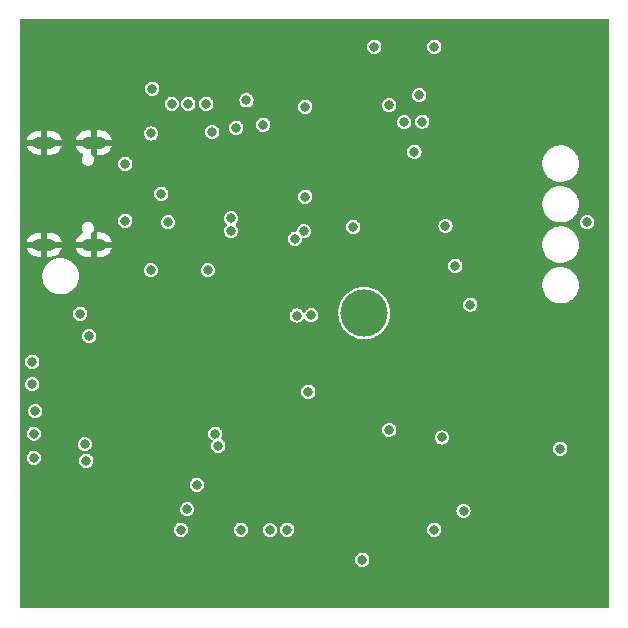
<source format=gbr>
G04 #@! TF.GenerationSoftware,KiCad,Pcbnew,5.99.0-unknown-d90d73416~104~ubuntu18.04.1*
G04 #@! TF.CreationDate,2020-10-29T17:21:16+01:00*
G04 #@! TF.ProjectId,TFGPS01A,54464750-5330-4314-912e-6b696361645f,REV*
G04 #@! TF.SameCoordinates,Original*
G04 #@! TF.FileFunction,Copper,L1,Top*
G04 #@! TF.FilePolarity,Positive*
%FSLAX46Y46*%
G04 Gerber Fmt 4.6, Leading zero omitted, Abs format (unit mm)*
G04 Created by KiCad (PCBNEW 5.99.0-unknown-d90d73416~104~ubuntu18.04.1) date 2020-10-29 17:21:16*
%MOMM*%
%LPD*%
G01*
G04 APERTURE LIST*
G04 #@! TA.AperFunction,ComponentPad*
%ADD10C,6.000000*%
G04 #@! TD*
G04 #@! TA.AperFunction,ComponentPad*
%ADD11C,4.000000*%
G04 #@! TD*
G04 #@! TA.AperFunction,ComponentPad*
%ADD12O,2.000000X1.000000*%
G04 #@! TD*
G04 #@! TA.AperFunction,ComponentPad*
%ADD13O,2.100000X1.050000*%
G04 #@! TD*
G04 #@! TA.AperFunction,ViaPad*
%ADD14C,0.800000*%
G04 #@! TD*
G04 APERTURE END LIST*
D10*
X45720000Y5080000D03*
X5080000Y5080000D03*
X45720000Y45720000D03*
D11*
X29626000Y25450000D03*
D10*
X5080000Y45720000D03*
D12*
X2540000Y31240000D03*
X2540000Y39880000D03*
D13*
X6720000Y31240000D03*
X6720000Y39880000D03*
D14*
X38030074Y8692139D03*
X15443200Y10922000D03*
X14626252Y8843348D03*
X31038800Y11772010D03*
X32715200Y11772010D03*
X33020000Y41605200D03*
X19685000Y28575000D03*
X40640000Y48260000D03*
X11430000Y12700000D03*
X3810000Y38100000D03*
X3810000Y33020000D03*
X35814000Y18135600D03*
X31115000Y38735000D03*
X40640000Y46355000D03*
X10160000Y9525000D03*
X41910000Y16510000D03*
X17780000Y16510000D03*
X36830000Y22225000D03*
X32385000Y28575000D03*
X9525000Y49530000D03*
X16510000Y24765000D03*
X34239200Y18135600D03*
X32385000Y6350000D03*
X24130000Y44450000D03*
X11430000Y11430000D03*
X35560000Y37465000D03*
X31115000Y21590000D03*
X29845000Y38735000D03*
X10160000Y8255000D03*
X40640000Y5080000D03*
X15240000Y23495000D03*
X20955000Y28575000D03*
X34290000Y28575000D03*
X16510000Y21590000D03*
X32385000Y17780000D03*
X38735000Y24765000D03*
X8890000Y5080000D03*
X31115000Y37465000D03*
X17780000Y23495000D03*
X29845000Y37465000D03*
X9525000Y48260000D03*
X8890000Y2540000D03*
X41910000Y48260000D03*
X8890000Y3810000D03*
X31115000Y22860000D03*
X32156400Y14681200D03*
X8890000Y1270000D03*
X35560000Y38735000D03*
X41275000Y22225000D03*
X13335000Y11430000D03*
X30480000Y41910000D03*
X26035000Y5715000D03*
X28575000Y37465000D03*
X28575000Y38735000D03*
X41275000Y24765000D03*
X41275000Y6350000D03*
X29210000Y28575000D03*
X21945600Y11988800D03*
X3810000Y36830000D03*
X41275000Y18415000D03*
X28575000Y44450000D03*
X30480000Y28575000D03*
X3810000Y35560000D03*
X12065000Y20320000D03*
X24130000Y45720000D03*
X3810000Y34290000D03*
X11430000Y8255000D03*
X27940000Y27940000D03*
X27432000Y12141200D03*
X10160000Y16510000D03*
X13335000Y12700000D03*
X36830000Y37465000D03*
X11430000Y9525000D03*
X49530000Y13970000D03*
X36830000Y38735000D03*
X27381200Y14681200D03*
X41910000Y36195000D03*
X36169600Y16560800D03*
X25857200Y12141200D03*
X28575000Y40005000D03*
X26670000Y45720000D03*
X28702000Y32766000D03*
X6350000Y23495000D03*
X24638000Y35306000D03*
X24638000Y42926000D03*
X24892000Y18796000D03*
X5588000Y25400000D03*
X35560000Y48006000D03*
X30480000Y48006000D03*
X29464000Y4572000D03*
X9398000Y33274000D03*
X46228000Y13970000D03*
X12446000Y35560000D03*
X13019000Y33147000D03*
X9398000Y38100000D03*
X36195000Y14922500D03*
X31750000Y15557500D03*
X33870000Y39116000D03*
X34544000Y41656000D03*
X31750000Y43053000D03*
X48514000Y33147000D03*
X37338000Y29464000D03*
X17272000Y14224000D03*
X6096000Y12954000D03*
X38608000Y26162000D03*
X34290000Y43903000D03*
X14097000Y7112000D03*
X36499999Y32842001D03*
X17018000Y15240000D03*
X5969000Y14351000D03*
X19177000Y7112000D03*
X35560000Y7112000D03*
X1524000Y19431000D03*
X21639041Y7101959D03*
X21082000Y41402000D03*
X11596000Y40654794D03*
X23114000Y7112000D03*
X1524000Y21336000D03*
X11557000Y29083000D03*
X1651000Y15240000D03*
X16764000Y40779989D03*
X18796000Y41148000D03*
X1778000Y17145000D03*
X13335000Y43180000D03*
X23749000Y31750000D03*
X24517223Y32390186D03*
X14732000Y43180000D03*
X16383000Y29083000D03*
X1651000Y13208000D03*
X16256000Y43180000D03*
X11684000Y44450000D03*
X19655000Y43464000D03*
X18359977Y32429000D03*
X23905541Y25243459D03*
X25146000Y25273000D03*
X18359977Y33479000D03*
G04 #@! TA.AperFunction,Conductor*
G36*
X50314208Y50325178D02*
G01*
X50346000Y50257000D01*
X50346001Y543000D01*
X50325179Y485792D01*
X50257001Y454000D01*
X543000Y454000D01*
X485792Y474822D01*
X454000Y543000D01*
X454000Y4572000D01*
X28858500Y4572000D01*
X28879132Y4415285D01*
X28939622Y4269250D01*
X29035847Y4143847D01*
X29161250Y4047622D01*
X29307285Y3987132D01*
X29464000Y3966500D01*
X29620715Y3987132D01*
X29766750Y4047622D01*
X29892153Y4143847D01*
X29988378Y4269250D01*
X30048868Y4415285D01*
X30069500Y4572000D01*
X30048868Y4728715D01*
X29988378Y4874750D01*
X29892153Y5000153D01*
X29766750Y5096378D01*
X29620715Y5156868D01*
X29464000Y5177500D01*
X29307285Y5156868D01*
X29161250Y5096378D01*
X29035847Y5000153D01*
X28939622Y4874750D01*
X28879132Y4728715D01*
X28858500Y4572000D01*
X454000Y4572000D01*
X454000Y7112000D01*
X13491500Y7112000D01*
X13512132Y6955285D01*
X13572622Y6809250D01*
X13576172Y6804623D01*
X13576173Y6804622D01*
X13580327Y6799209D01*
X13668847Y6683847D01*
X13794250Y6587622D01*
X13940285Y6527132D01*
X14097000Y6506500D01*
X14253715Y6527132D01*
X14399750Y6587622D01*
X14525153Y6683847D01*
X14613673Y6799209D01*
X14617827Y6804622D01*
X14617828Y6804623D01*
X14621378Y6809250D01*
X14681868Y6955285D01*
X14702500Y7112000D01*
X18571500Y7112000D01*
X18592132Y6955285D01*
X18652622Y6809250D01*
X18656172Y6804623D01*
X18656173Y6804622D01*
X18660327Y6799209D01*
X18748847Y6683847D01*
X18874250Y6587622D01*
X19020285Y6527132D01*
X19177000Y6506500D01*
X19333715Y6527132D01*
X19479750Y6587622D01*
X19605153Y6683847D01*
X19693673Y6799209D01*
X19697827Y6804622D01*
X19697828Y6804623D01*
X19701378Y6809250D01*
X19761868Y6955285D01*
X19781178Y7101959D01*
X21033541Y7101959D01*
X21054173Y6945244D01*
X21114663Y6799209D01*
X21210888Y6673806D01*
X21215521Y6670251D01*
X21318578Y6591173D01*
X21336291Y6577581D01*
X21482326Y6517091D01*
X21639041Y6496459D01*
X21795756Y6517091D01*
X21941791Y6577581D01*
X21959505Y6591173D01*
X22062561Y6670251D01*
X22067194Y6673806D01*
X22163419Y6799209D01*
X22223909Y6945244D01*
X22244541Y7101959D01*
X22243220Y7112000D01*
X22508500Y7112000D01*
X22529132Y6955285D01*
X22589622Y6809250D01*
X22593172Y6804623D01*
X22593173Y6804622D01*
X22597327Y6799209D01*
X22685847Y6683847D01*
X22811250Y6587622D01*
X22957285Y6527132D01*
X23114000Y6506500D01*
X23270715Y6527132D01*
X23416750Y6587622D01*
X23542153Y6683847D01*
X23630673Y6799209D01*
X23634827Y6804622D01*
X23634828Y6804623D01*
X23638378Y6809250D01*
X23698868Y6955285D01*
X23719500Y7112000D01*
X34954500Y7112000D01*
X34975132Y6955285D01*
X35035622Y6809250D01*
X35039172Y6804623D01*
X35039173Y6804622D01*
X35043327Y6799209D01*
X35131847Y6683847D01*
X35257250Y6587622D01*
X35403285Y6527132D01*
X35560000Y6506500D01*
X35716715Y6527132D01*
X35862750Y6587622D01*
X35988153Y6683847D01*
X36076673Y6799209D01*
X36080827Y6804622D01*
X36080828Y6804623D01*
X36084378Y6809250D01*
X36144868Y6955285D01*
X36165500Y7112000D01*
X36144868Y7268715D01*
X36084378Y7414750D01*
X35988153Y7540153D01*
X35971194Y7553166D01*
X35867378Y7632827D01*
X35867377Y7632828D01*
X35862750Y7636378D01*
X35716715Y7696868D01*
X35560000Y7717500D01*
X35403285Y7696868D01*
X35257250Y7636378D01*
X35252623Y7632828D01*
X35252622Y7632827D01*
X35148806Y7553166D01*
X35131847Y7540153D01*
X35035622Y7414750D01*
X34975132Y7268715D01*
X34954500Y7112000D01*
X23719500Y7112000D01*
X23698868Y7268715D01*
X23638378Y7414750D01*
X23542153Y7540153D01*
X23525194Y7553166D01*
X23421378Y7632827D01*
X23421377Y7632828D01*
X23416750Y7636378D01*
X23270715Y7696868D01*
X23114000Y7717500D01*
X22957285Y7696868D01*
X22811250Y7636378D01*
X22806623Y7632828D01*
X22806622Y7632827D01*
X22702806Y7553166D01*
X22685847Y7540153D01*
X22589622Y7414750D01*
X22529132Y7268715D01*
X22508500Y7112000D01*
X22243220Y7112000D01*
X22223909Y7258674D01*
X22163419Y7404709D01*
X22159850Y7409361D01*
X22070749Y7525479D01*
X22067194Y7530112D01*
X21941791Y7626337D01*
X21795756Y7686827D01*
X21639041Y7707459D01*
X21482326Y7686827D01*
X21336291Y7626337D01*
X21210888Y7530112D01*
X21207333Y7525479D01*
X21118233Y7409361D01*
X21114663Y7404709D01*
X21054173Y7258674D01*
X21033541Y7101959D01*
X19781178Y7101959D01*
X19782500Y7112000D01*
X19761868Y7268715D01*
X19701378Y7414750D01*
X19605153Y7540153D01*
X19588194Y7553166D01*
X19484378Y7632827D01*
X19484377Y7632828D01*
X19479750Y7636378D01*
X19333715Y7696868D01*
X19177000Y7717500D01*
X19020285Y7696868D01*
X18874250Y7636378D01*
X18869623Y7632828D01*
X18869622Y7632827D01*
X18765806Y7553166D01*
X18748847Y7540153D01*
X18652622Y7414750D01*
X18592132Y7268715D01*
X18571500Y7112000D01*
X14702500Y7112000D01*
X14681868Y7268715D01*
X14621378Y7414750D01*
X14525153Y7540153D01*
X14508194Y7553166D01*
X14404378Y7632827D01*
X14404377Y7632828D01*
X14399750Y7636378D01*
X14253715Y7696868D01*
X14097000Y7717500D01*
X13940285Y7696868D01*
X13794250Y7636378D01*
X13789623Y7632828D01*
X13789622Y7632827D01*
X13685806Y7553166D01*
X13668847Y7540153D01*
X13572622Y7414750D01*
X13512132Y7268715D01*
X13491500Y7112000D01*
X454000Y7112000D01*
X454000Y8843348D01*
X14020752Y8843348D01*
X14041384Y8686633D01*
X14101874Y8540598D01*
X14198099Y8415195D01*
X14323502Y8318970D01*
X14469537Y8258480D01*
X14626252Y8237848D01*
X14782967Y8258480D01*
X14929002Y8318970D01*
X15054405Y8415195D01*
X15150630Y8540598D01*
X15211120Y8686633D01*
X15211844Y8692139D01*
X37424574Y8692139D01*
X37445206Y8535424D01*
X37505696Y8389389D01*
X37509246Y8384762D01*
X37509247Y8384761D01*
X37559730Y8318970D01*
X37601921Y8263986D01*
X37727324Y8167761D01*
X37873359Y8107271D01*
X38030074Y8086639D01*
X38186789Y8107271D01*
X38332824Y8167761D01*
X38458227Y8263986D01*
X38500418Y8318970D01*
X38550901Y8384761D01*
X38550902Y8384762D01*
X38554452Y8389389D01*
X38614942Y8535424D01*
X38635574Y8692139D01*
X38614942Y8848854D01*
X38554452Y8994889D01*
X38458227Y9120292D01*
X38332824Y9216517D01*
X38186789Y9277007D01*
X38030074Y9297639D01*
X37873359Y9277007D01*
X37727324Y9216517D01*
X37601921Y9120292D01*
X37505696Y8994889D01*
X37445206Y8848854D01*
X37424574Y8692139D01*
X15211844Y8692139D01*
X15231752Y8843348D01*
X15211120Y9000063D01*
X15150630Y9146098D01*
X15099321Y9212966D01*
X15057960Y9266868D01*
X15054405Y9271501D01*
X14929002Y9367726D01*
X14782967Y9428216D01*
X14626252Y9448848D01*
X14469537Y9428216D01*
X14323502Y9367726D01*
X14198099Y9271501D01*
X14194544Y9266868D01*
X14153184Y9212966D01*
X14101874Y9146098D01*
X14041384Y9000063D01*
X14020752Y8843348D01*
X454000Y8843348D01*
X454000Y10922000D01*
X14837700Y10922000D01*
X14858332Y10765285D01*
X14918822Y10619250D01*
X15015047Y10493847D01*
X15140450Y10397622D01*
X15286485Y10337132D01*
X15443200Y10316500D01*
X15599915Y10337132D01*
X15745950Y10397622D01*
X15871353Y10493847D01*
X15967578Y10619250D01*
X16028068Y10765285D01*
X16048700Y10922000D01*
X16028068Y11078715D01*
X15967578Y11224750D01*
X15871353Y11350153D01*
X15745950Y11446378D01*
X15599915Y11506868D01*
X15443200Y11527500D01*
X15286485Y11506868D01*
X15140450Y11446378D01*
X15015047Y11350153D01*
X14918822Y11224750D01*
X14858332Y11078715D01*
X14837700Y10922000D01*
X454000Y10922000D01*
X454000Y13208000D01*
X1045500Y13208000D01*
X1066132Y13051285D01*
X1126622Y12905250D01*
X1222847Y12779847D01*
X1348250Y12683622D01*
X1494285Y12623132D01*
X1651000Y12602500D01*
X1807715Y12623132D01*
X1953750Y12683622D01*
X2079153Y12779847D01*
X2175378Y12905250D01*
X2195571Y12954000D01*
X5490500Y12954000D01*
X5511132Y12797285D01*
X5571622Y12651250D01*
X5575172Y12646623D01*
X5575173Y12646622D01*
X5608445Y12603261D01*
X5667847Y12525847D01*
X5793250Y12429622D01*
X5939285Y12369132D01*
X6096000Y12348500D01*
X6252715Y12369132D01*
X6398750Y12429622D01*
X6524153Y12525847D01*
X6583555Y12603261D01*
X6616827Y12646622D01*
X6616828Y12646623D01*
X6620378Y12651250D01*
X6680868Y12797285D01*
X6701500Y12954000D01*
X6680868Y13110715D01*
X6620378Y13256750D01*
X6524153Y13382153D01*
X6444347Y13443390D01*
X6403378Y13474827D01*
X6403377Y13474828D01*
X6398750Y13478378D01*
X6252715Y13538868D01*
X6096000Y13559500D01*
X5939285Y13538868D01*
X5793250Y13478378D01*
X5788623Y13474828D01*
X5788622Y13474827D01*
X5747653Y13443390D01*
X5667847Y13382153D01*
X5571622Y13256750D01*
X5511132Y13110715D01*
X5490500Y12954000D01*
X2195571Y12954000D01*
X2235868Y13051285D01*
X2256500Y13208000D01*
X2235868Y13364715D01*
X2175378Y13510750D01*
X2153219Y13539629D01*
X2082708Y13631520D01*
X2079153Y13636153D01*
X2038627Y13667250D01*
X1958378Y13728827D01*
X1958377Y13728828D01*
X1953750Y13732378D01*
X1807715Y13792868D01*
X1651000Y13813500D01*
X1494285Y13792868D01*
X1348250Y13732378D01*
X1343623Y13728828D01*
X1343622Y13728827D01*
X1263373Y13667250D01*
X1222847Y13636153D01*
X1219292Y13631520D01*
X1148782Y13539629D01*
X1126622Y13510750D01*
X1066132Y13364715D01*
X1045500Y13208000D01*
X454000Y13208000D01*
X454000Y14351000D01*
X5363500Y14351000D01*
X5384132Y14194285D01*
X5444622Y14048250D01*
X5540847Y13922847D01*
X5666250Y13826622D01*
X5812285Y13766132D01*
X5969000Y13745500D01*
X6125715Y13766132D01*
X6271750Y13826622D01*
X6397153Y13922847D01*
X6493378Y14048250D01*
X6553868Y14194285D01*
X6574500Y14351000D01*
X6553868Y14507715D01*
X6493378Y14653750D01*
X6397153Y14779153D01*
X6380194Y14792166D01*
X6276378Y14871827D01*
X6276377Y14871828D01*
X6271750Y14875378D01*
X6144034Y14928280D01*
X6131106Y14933635D01*
X6125715Y14935868D01*
X5969000Y14956500D01*
X5812285Y14935868D01*
X5806894Y14933635D01*
X5793966Y14928280D01*
X5666250Y14875378D01*
X5661623Y14871828D01*
X5661622Y14871827D01*
X5557806Y14792166D01*
X5540847Y14779153D01*
X5444622Y14653750D01*
X5384132Y14507715D01*
X5363500Y14351000D01*
X454000Y14351000D01*
X454000Y15240000D01*
X1045500Y15240000D01*
X1066132Y15083285D01*
X1126622Y14937250D01*
X1222847Y14811847D01*
X1227480Y14808292D01*
X1305562Y14748378D01*
X1348250Y14715622D01*
X1468432Y14665841D01*
X1486449Y14658378D01*
X1494285Y14655132D01*
X1651000Y14634500D01*
X1807715Y14655132D01*
X1815552Y14658378D01*
X1833568Y14665841D01*
X1953750Y14715622D01*
X1996439Y14748378D01*
X2074520Y14808292D01*
X2079153Y14811847D01*
X2175378Y14937250D01*
X2235868Y15083285D01*
X2256500Y15240000D01*
X16412500Y15240000D01*
X16433132Y15083285D01*
X16493622Y14937250D01*
X16589847Y14811847D01*
X16594480Y14808292D01*
X16672562Y14748378D01*
X16715250Y14715622D01*
X16720635Y14713391D01*
X16720641Y14713388D01*
X16742629Y14704281D01*
X16787515Y14663152D01*
X16795461Y14602793D01*
X16779181Y14567879D01*
X16747622Y14526750D01*
X16687132Y14380715D01*
X16666500Y14224000D01*
X16687132Y14067285D01*
X16747622Y13921250D01*
X16843847Y13795847D01*
X16848480Y13792292D01*
X16926562Y13732378D01*
X16969250Y13699622D01*
X17115285Y13639132D01*
X17272000Y13618500D01*
X17428715Y13639132D01*
X17574750Y13699622D01*
X17617439Y13732378D01*
X17695520Y13792292D01*
X17700153Y13795847D01*
X17796378Y13921250D01*
X17816571Y13970000D01*
X45622500Y13970000D01*
X45643132Y13813285D01*
X45703622Y13667250D01*
X45707172Y13662623D01*
X45707173Y13662622D01*
X45740445Y13619261D01*
X45799847Y13541847D01*
X45804480Y13538292D01*
X45882562Y13478378D01*
X45925250Y13445622D01*
X46071285Y13385132D01*
X46228000Y13364500D01*
X46384715Y13385132D01*
X46530750Y13445622D01*
X46573439Y13478378D01*
X46651520Y13538292D01*
X46656153Y13541847D01*
X46715555Y13619261D01*
X46748827Y13662622D01*
X46748828Y13662623D01*
X46752378Y13667250D01*
X46812868Y13813285D01*
X46833500Y13970000D01*
X46812868Y14126715D01*
X46752378Y14272750D01*
X46656153Y14398153D01*
X46639194Y14411166D01*
X46535378Y14490827D01*
X46535377Y14490828D01*
X46530750Y14494378D01*
X46384715Y14554868D01*
X46228000Y14575500D01*
X46071285Y14554868D01*
X45925250Y14494378D01*
X45920623Y14490828D01*
X45920622Y14490827D01*
X45816806Y14411166D01*
X45799847Y14398153D01*
X45703622Y14272750D01*
X45643132Y14126715D01*
X45622500Y13970000D01*
X17816571Y13970000D01*
X17856868Y14067285D01*
X17877500Y14224000D01*
X17856868Y14380715D01*
X17796378Y14526750D01*
X17774219Y14555629D01*
X17703708Y14647520D01*
X17700153Y14652153D01*
X17683194Y14665166D01*
X17579378Y14744827D01*
X17579377Y14744828D01*
X17574750Y14748378D01*
X17569365Y14750609D01*
X17569359Y14750612D01*
X17547371Y14759719D01*
X17502485Y14800848D01*
X17494539Y14861207D01*
X17510819Y14896121D01*
X17531060Y14922500D01*
X35589500Y14922500D01*
X35610132Y14765785D01*
X35670622Y14619750D01*
X35674172Y14615123D01*
X35674173Y14615122D01*
X35704576Y14575500D01*
X35766847Y14494347D01*
X35771480Y14490792D01*
X35887577Y14401708D01*
X35892250Y14398122D01*
X36038285Y14337632D01*
X36195000Y14317000D01*
X36351715Y14337632D01*
X36497750Y14398122D01*
X36502424Y14401708D01*
X36618520Y14490792D01*
X36623153Y14494347D01*
X36685424Y14575500D01*
X36715827Y14615122D01*
X36715828Y14615123D01*
X36719378Y14619750D01*
X36779868Y14765785D01*
X36800500Y14922500D01*
X36779868Y15079215D01*
X36719378Y15225250D01*
X36623153Y15350653D01*
X36497750Y15446878D01*
X36351715Y15507368D01*
X36195000Y15528000D01*
X36038285Y15507368D01*
X35892250Y15446878D01*
X35766847Y15350653D01*
X35670622Y15225250D01*
X35610132Y15079215D01*
X35589500Y14922500D01*
X17531060Y14922500D01*
X17542378Y14937250D01*
X17602868Y15083285D01*
X17623500Y15240000D01*
X17602868Y15396715D01*
X17542378Y15542750D01*
X17531060Y15557500D01*
X31144500Y15557500D01*
X31165132Y15400785D01*
X31225622Y15254750D01*
X31321847Y15129347D01*
X31447250Y15033122D01*
X31593285Y14972632D01*
X31750000Y14952000D01*
X31906715Y14972632D01*
X32052750Y15033122D01*
X32178153Y15129347D01*
X32274378Y15254750D01*
X32334868Y15400785D01*
X32355500Y15557500D01*
X32334868Y15714215D01*
X32274378Y15860250D01*
X32178153Y15985653D01*
X32052750Y16081878D01*
X31906715Y16142368D01*
X31750000Y16163000D01*
X31593285Y16142368D01*
X31447250Y16081878D01*
X31321847Y15985653D01*
X31225622Y15860250D01*
X31165132Y15714215D01*
X31144500Y15557500D01*
X17531060Y15557500D01*
X17446153Y15668153D01*
X17320750Y15764378D01*
X17174715Y15824868D01*
X17018000Y15845500D01*
X16861285Y15824868D01*
X16715250Y15764378D01*
X16589847Y15668153D01*
X16493622Y15542750D01*
X16433132Y15396715D01*
X16412500Y15240000D01*
X2256500Y15240000D01*
X2235868Y15396715D01*
X2175378Y15542750D01*
X2079153Y15668153D01*
X1953750Y15764378D01*
X1807715Y15824868D01*
X1651000Y15845500D01*
X1494285Y15824868D01*
X1348250Y15764378D01*
X1222847Y15668153D01*
X1126622Y15542750D01*
X1066132Y15396715D01*
X1045500Y15240000D01*
X454000Y15240000D01*
X454000Y17145000D01*
X1172500Y17145000D01*
X1193132Y16988285D01*
X1253622Y16842250D01*
X1349847Y16716847D01*
X1475250Y16620622D01*
X1621285Y16560132D01*
X1778000Y16539500D01*
X1934715Y16560132D01*
X2080750Y16620622D01*
X2206153Y16716847D01*
X2302378Y16842250D01*
X2362868Y16988285D01*
X2383500Y17145000D01*
X2362868Y17301715D01*
X2302378Y17447750D01*
X2206153Y17573153D01*
X2080750Y17669378D01*
X1934715Y17729868D01*
X1778000Y17750500D01*
X1621285Y17729868D01*
X1475250Y17669378D01*
X1349847Y17573153D01*
X1253622Y17447750D01*
X1193132Y17301715D01*
X1172500Y17145000D01*
X454000Y17145000D01*
X454000Y18796000D01*
X24286500Y18796000D01*
X24307132Y18639285D01*
X24367622Y18493250D01*
X24463847Y18367847D01*
X24589250Y18271622D01*
X24735285Y18211132D01*
X24892000Y18190500D01*
X25048715Y18211132D01*
X25194750Y18271622D01*
X25320153Y18367847D01*
X25416378Y18493250D01*
X25476868Y18639285D01*
X25497500Y18796000D01*
X25476868Y18952715D01*
X25416378Y19098750D01*
X25320153Y19224153D01*
X25194750Y19320378D01*
X25048715Y19380868D01*
X24892000Y19401500D01*
X24735285Y19380868D01*
X24589250Y19320378D01*
X24463847Y19224153D01*
X24367622Y19098750D01*
X24307132Y18952715D01*
X24286500Y18796000D01*
X454000Y18796000D01*
X454000Y19431000D01*
X918500Y19431000D01*
X939132Y19274285D01*
X999622Y19128250D01*
X1095847Y19002847D01*
X1221250Y18906622D01*
X1367285Y18846132D01*
X1524000Y18825500D01*
X1680715Y18846132D01*
X1826750Y18906622D01*
X1952153Y19002847D01*
X2048378Y19128250D01*
X2108868Y19274285D01*
X2129500Y19431000D01*
X2108868Y19587715D01*
X2048378Y19733750D01*
X1952153Y19859153D01*
X1826750Y19955378D01*
X1680715Y20015868D01*
X1524000Y20036500D01*
X1367285Y20015868D01*
X1221250Y19955378D01*
X1095847Y19859153D01*
X999622Y19733750D01*
X939132Y19587715D01*
X918500Y19431000D01*
X454000Y19431000D01*
X454000Y21336000D01*
X918500Y21336000D01*
X939132Y21179285D01*
X999622Y21033250D01*
X1095847Y20907847D01*
X1221250Y20811622D01*
X1367285Y20751132D01*
X1524000Y20730500D01*
X1680715Y20751132D01*
X1826750Y20811622D01*
X1952153Y20907847D01*
X2048378Y21033250D01*
X2108868Y21179285D01*
X2129500Y21336000D01*
X2108868Y21492715D01*
X2048378Y21638750D01*
X1952153Y21764153D01*
X1826750Y21860378D01*
X1680715Y21920868D01*
X1524000Y21941500D01*
X1367285Y21920868D01*
X1221250Y21860378D01*
X1095847Y21764153D01*
X999622Y21638750D01*
X939132Y21492715D01*
X918500Y21336000D01*
X454000Y21336000D01*
X454000Y23495000D01*
X5744500Y23495000D01*
X5765132Y23338285D01*
X5825622Y23192250D01*
X5921847Y23066847D01*
X6047250Y22970622D01*
X6193285Y22910132D01*
X6350000Y22889500D01*
X6506715Y22910132D01*
X6652750Y22970622D01*
X6778153Y23066847D01*
X6874378Y23192250D01*
X6934868Y23338285D01*
X6955500Y23495000D01*
X6934868Y23651715D01*
X6874378Y23797750D01*
X6778153Y23923153D01*
X6652750Y24019378D01*
X6506715Y24079868D01*
X6350000Y24100500D01*
X6193285Y24079868D01*
X6047250Y24019378D01*
X5921847Y23923153D01*
X5825622Y23797750D01*
X5765132Y23651715D01*
X5744500Y23495000D01*
X454000Y23495000D01*
X454000Y25400000D01*
X4982500Y25400000D01*
X5003132Y25243285D01*
X5063622Y25097250D01*
X5067172Y25092623D01*
X5067173Y25092622D01*
X5098378Y25051955D01*
X5159847Y24971847D01*
X5285250Y24875622D01*
X5431285Y24815132D01*
X5588000Y24794500D01*
X5744715Y24815132D01*
X5890750Y24875622D01*
X6016153Y24971847D01*
X6077622Y25051955D01*
X6108827Y25092622D01*
X6108828Y25092623D01*
X6112378Y25097250D01*
X6172868Y25243285D01*
X6172890Y25243459D01*
X23300041Y25243459D01*
X23320673Y25086744D01*
X23381163Y24940709D01*
X23477388Y24815306D01*
X23482021Y24811751D01*
X23559665Y24752173D01*
X23602791Y24719081D01*
X23748826Y24658591D01*
X23905541Y24637959D01*
X24062256Y24658591D01*
X24208291Y24719081D01*
X24251418Y24752173D01*
X24329061Y24811751D01*
X24333694Y24815306D01*
X24429919Y24940709D01*
X24449664Y24988377D01*
X24490794Y25033262D01*
X24551153Y25041208D01*
X24614114Y24988376D01*
X24621622Y24970250D01*
X24625172Y24965623D01*
X24625173Y24965622D01*
X24647841Y24936081D01*
X24717847Y24844847D01*
X24722480Y24841292D01*
X24817191Y24768618D01*
X24843250Y24748622D01*
X24989285Y24688132D01*
X25146000Y24667500D01*
X25302715Y24688132D01*
X25448750Y24748622D01*
X25474810Y24768618D01*
X25569520Y24841292D01*
X25574153Y24844847D01*
X25644159Y24936081D01*
X25666827Y24965622D01*
X25666828Y24965623D01*
X25670378Y24970250D01*
X25730868Y25116285D01*
X25751500Y25273000D01*
X25740354Y25357664D01*
X27422934Y25357664D01*
X27454499Y25067106D01*
X27524215Y24783274D01*
X27630856Y24511157D01*
X27632286Y24508576D01*
X27632289Y24508571D01*
X27771117Y24258119D01*
X27771121Y24258113D01*
X27772551Y24255533D01*
X27774308Y24253167D01*
X27774312Y24253161D01*
X27859679Y24138215D01*
X27946808Y24020896D01*
X28150567Y23811366D01*
X28380248Y23630625D01*
X28631815Y23481848D01*
X28900849Y23367650D01*
X28903689Y23366868D01*
X28903694Y23366866D01*
X29179782Y23290819D01*
X29179790Y23290817D01*
X29182623Y23290037D01*
X29185537Y23289638D01*
X29185541Y23289637D01*
X29430263Y23256114D01*
X29472187Y23250371D01*
X29618320Y23249861D01*
X29761492Y23249361D01*
X29761497Y23249361D01*
X29764453Y23249351D01*
X30054287Y23286994D01*
X30336596Y23362638D01*
X30339317Y23363771D01*
X30339321Y23363772D01*
X30456396Y23412506D01*
X30606421Y23474956D01*
X30608976Y23476443D01*
X30608980Y23476445D01*
X30732721Y23548464D01*
X30859020Y23621972D01*
X30889909Y23645932D01*
X31087624Y23799295D01*
X31087627Y23799298D01*
X31089957Y23801105D01*
X31205744Y23918520D01*
X31293107Y24007111D01*
X31293113Y24007118D01*
X31295174Y24009208D01*
X31471065Y24242623D01*
X31614541Y24497251D01*
X31621204Y24513908D01*
X31670820Y24637959D01*
X31723080Y24768618D01*
X31794775Y25051955D01*
X31828368Y25342286D01*
X31831000Y25450000D01*
X31824610Y25546209D01*
X31811826Y25738681D01*
X31811825Y25738688D01*
X31811630Y25741625D01*
X31753861Y26028127D01*
X31707765Y26162000D01*
X38002500Y26162000D01*
X38023132Y26005285D01*
X38083622Y25859250D01*
X38087172Y25854623D01*
X38087173Y25854622D01*
X38129385Y25799610D01*
X38179847Y25733847D01*
X38184480Y25730292D01*
X38289321Y25649845D01*
X38305250Y25637622D01*
X38425432Y25587841D01*
X38443449Y25580378D01*
X38451285Y25577132D01*
X38608000Y25556500D01*
X38764715Y25577132D01*
X38772552Y25580378D01*
X38790568Y25587841D01*
X38910750Y25637622D01*
X38926680Y25649845D01*
X39031520Y25730292D01*
X39036153Y25733847D01*
X39086615Y25799610D01*
X39128827Y25854622D01*
X39128828Y25854623D01*
X39132378Y25859250D01*
X39192868Y26005285D01*
X39213500Y26162000D01*
X39192868Y26318715D01*
X39132378Y26464750D01*
X39036153Y26590153D01*
X38997610Y26619728D01*
X38915378Y26682827D01*
X38915377Y26682828D01*
X38910750Y26686378D01*
X38764715Y26746868D01*
X38608000Y26767500D01*
X38451285Y26746868D01*
X38305250Y26686378D01*
X38300623Y26682828D01*
X38300622Y26682827D01*
X38218390Y26619728D01*
X38179847Y26590153D01*
X38083622Y26464750D01*
X38023132Y26318715D01*
X38002500Y26162000D01*
X31707765Y26162000D01*
X31658708Y26304472D01*
X31527843Y26565804D01*
X31514444Y26585520D01*
X31365227Y26805088D01*
X31365222Y26805095D01*
X31363564Y26807534D01*
X31227757Y26959426D01*
X31170729Y27023208D01*
X31170726Y27023211D01*
X31168758Y27025412D01*
X31165135Y27028518D01*
X31014444Y27157675D01*
X30946847Y27215613D01*
X30944387Y27217211D01*
X30944381Y27217215D01*
X30704199Y27373190D01*
X30701731Y27374793D01*
X30437715Y27500157D01*
X30348394Y27528835D01*
X30162245Y27588601D01*
X30162242Y27588602D01*
X30159438Y27589502D01*
X29939672Y27629044D01*
X29874697Y27640735D01*
X29874694Y27640735D01*
X29871789Y27641258D01*
X29579822Y27654516D01*
X29576885Y27654259D01*
X29576883Y27654259D01*
X29472208Y27645101D01*
X29288666Y27629044D01*
X29003437Y27565287D01*
X28923443Y27535855D01*
X28731914Y27465387D01*
X28731907Y27465384D01*
X28729146Y27464368D01*
X28726539Y27462993D01*
X28726538Y27462993D01*
X28473220Y27329434D01*
X28473215Y27329431D01*
X28470611Y27328058D01*
X28232375Y27158753D01*
X28230220Y27156744D01*
X28230217Y27156741D01*
X28020786Y26961443D01*
X28020779Y26961436D01*
X28018624Y26959426D01*
X27833113Y26733581D01*
X27679101Y26485185D01*
X27677892Y26482496D01*
X27677892Y26482495D01*
X27578090Y26260425D01*
X27559293Y26218601D01*
X27558451Y26215775D01*
X27489615Y25984868D01*
X27475796Y25938514D01*
X27430075Y25649845D01*
X27427410Y25540820D01*
X27423832Y25394391D01*
X27422934Y25357664D01*
X25740354Y25357664D01*
X25730868Y25429715D01*
X25670378Y25575750D01*
X25615794Y25646886D01*
X25577708Y25696520D01*
X25574153Y25701153D01*
X25531545Y25733847D01*
X25453378Y25793827D01*
X25453377Y25793828D01*
X25448750Y25797378D01*
X25324223Y25848959D01*
X25308106Y25855635D01*
X25302715Y25857868D01*
X25146000Y25878500D01*
X24989285Y25857868D01*
X24983894Y25855635D01*
X24967777Y25848959D01*
X24843250Y25797378D01*
X24838623Y25793828D01*
X24838622Y25793827D01*
X24760455Y25733847D01*
X24717847Y25701153D01*
X24714292Y25696520D01*
X24676207Y25646886D01*
X24621622Y25575750D01*
X24613964Y25557261D01*
X24601877Y25528082D01*
X24560747Y25483197D01*
X24500388Y25475251D01*
X24437427Y25528083D01*
X24429919Y25546209D01*
X24422023Y25556500D01*
X24337249Y25666979D01*
X24333694Y25671612D01*
X24208291Y25767837D01*
X24062256Y25828327D01*
X23905541Y25848959D01*
X23748826Y25828327D01*
X23602791Y25767837D01*
X23477388Y25671612D01*
X23473833Y25666979D01*
X23389060Y25556500D01*
X23381163Y25546209D01*
X23320673Y25400174D01*
X23300041Y25243459D01*
X6172890Y25243459D01*
X6193500Y25400000D01*
X6172868Y25556715D01*
X6112378Y25702750D01*
X6088517Y25733847D01*
X6019708Y25823520D01*
X6016153Y25828153D01*
X5975627Y25859250D01*
X5895378Y25920827D01*
X5895377Y25920828D01*
X5890750Y25924378D01*
X5744715Y25984868D01*
X5588000Y26005500D01*
X5431285Y25984868D01*
X5285250Y25924378D01*
X5280623Y25920828D01*
X5280622Y25920827D01*
X5200373Y25859250D01*
X5159847Y25828153D01*
X5156292Y25823520D01*
X5087484Y25733847D01*
X5063622Y25702750D01*
X5003132Y25556715D01*
X4982500Y25400000D01*
X454000Y25400000D01*
X454000Y28466529D01*
X2353788Y28466529D01*
X2391085Y28219914D01*
X2467331Y27982436D01*
X2468950Y27979259D01*
X2468951Y27979256D01*
X2483678Y27950353D01*
X2580565Y27760202D01*
X2658104Y27654259D01*
X2723968Y27564267D01*
X2727873Y27558931D01*
X2786560Y27501058D01*
X2902918Y27386312D01*
X2902923Y27386308D01*
X2905465Y27383801D01*
X3108773Y27239317D01*
X3332566Y27129198D01*
X3335977Y27128155D01*
X3335980Y27128154D01*
X3507845Y27075610D01*
X3571087Y27056275D01*
X3818198Y27022425D01*
X3946103Y27025550D01*
X4063959Y27028430D01*
X4063965Y27028431D01*
X4067542Y27028518D01*
X4104365Y27035409D01*
X4309190Y27073741D01*
X4309194Y27073742D01*
X4312704Y27074399D01*
X4316068Y27075610D01*
X4544011Y27157675D01*
X4544013Y27157676D01*
X4547377Y27158887D01*
X4550502Y27160619D01*
X4550506Y27160621D01*
X4762399Y27278075D01*
X4765524Y27279807D01*
X4826840Y27328058D01*
X4958726Y27431842D01*
X4958731Y27431846D01*
X4961531Y27434050D01*
X5130357Y27617646D01*
X5187645Y27704529D01*
X44708788Y27704529D01*
X44746085Y27457914D01*
X44747179Y27454507D01*
X44816776Y27237739D01*
X44822331Y27220436D01*
X44823950Y27217259D01*
X44823951Y27217256D01*
X44897076Y27073741D01*
X44935565Y26998202D01*
X45082873Y26796931D01*
X45147114Y26733581D01*
X45257918Y26624312D01*
X45257923Y26624308D01*
X45260465Y26621801D01*
X45463773Y26477317D01*
X45687566Y26367198D01*
X45690977Y26366155D01*
X45690980Y26366154D01*
X45866806Y26312399D01*
X45926087Y26294275D01*
X46173198Y26260425D01*
X46301103Y26263550D01*
X46418959Y26266430D01*
X46418965Y26266431D01*
X46422542Y26266518D01*
X46459365Y26273409D01*
X46664190Y26311741D01*
X46664194Y26311742D01*
X46667704Y26312399D01*
X46671068Y26313610D01*
X46899011Y26395675D01*
X46899013Y26395676D01*
X46902377Y26396887D01*
X46905502Y26398619D01*
X46905506Y26398621D01*
X47117399Y26516075D01*
X47120524Y26517807D01*
X47181517Y26565804D01*
X47313726Y26669842D01*
X47313731Y26669846D01*
X47316531Y26672050D01*
X47485357Y26855646D01*
X47622657Y27063873D01*
X47724899Y27291373D01*
X47789454Y27532293D01*
X47795174Y27588601D01*
X47812604Y27760202D01*
X47814659Y27780435D01*
X47815000Y27813000D01*
X47794997Y28061615D01*
X47735502Y28303834D01*
X47679595Y28435543D01*
X47639445Y28530132D01*
X47639444Y28530134D01*
X47638047Y28533425D01*
X47505137Y28744482D01*
X47477684Y28775622D01*
X47406863Y28855952D01*
X47340194Y28931573D01*
X47147460Y29089887D01*
X46931893Y29215350D01*
X46928561Y29216629D01*
X46928559Y29216630D01*
X46702376Y29303453D01*
X46702374Y29303454D01*
X46699041Y29304733D01*
X46454893Y29355738D01*
X46384673Y29358927D01*
X46209308Y29366891D01*
X46209303Y29366891D01*
X46205731Y29367053D01*
X46202181Y29366642D01*
X46202175Y29366642D01*
X45961524Y29338797D01*
X45961520Y29338796D01*
X45957966Y29338385D01*
X45717970Y29270473D01*
X45714738Y29268966D01*
X45714733Y29268964D01*
X45495155Y29166574D01*
X45495150Y29166571D01*
X45491920Y29165065D01*
X45285631Y29024871D01*
X45283033Y29022414D01*
X45283029Y29022411D01*
X45175679Y28920894D01*
X45104410Y28853498D01*
X45052528Y28785639D01*
X44955092Y28658199D01*
X44955089Y28658194D01*
X44952919Y28655356D01*
X44908744Y28572970D01*
X44849775Y28462993D01*
X44835056Y28435543D01*
X44833896Y28432173D01*
X44833893Y28432167D01*
X44755016Y28203091D01*
X44753853Y28199713D01*
X44711400Y27953934D01*
X44711363Y27950359D01*
X44711362Y27950353D01*
X44708825Y27708104D01*
X44708788Y27704529D01*
X5187645Y27704529D01*
X5267657Y27825873D01*
X5369899Y28053373D01*
X5434454Y28294293D01*
X5459659Y28542435D01*
X5459805Y28556390D01*
X5459979Y28572970D01*
X5459979Y28572976D01*
X5460000Y28575000D01*
X5439997Y28823615D01*
X5380502Y29065834D01*
X5373216Y29083000D01*
X10951500Y29083000D01*
X10972132Y28926285D01*
X11032622Y28780250D01*
X11128847Y28654847D01*
X11254250Y28558622D01*
X11400285Y28498132D01*
X11557000Y28477500D01*
X11713715Y28498132D01*
X11859750Y28558622D01*
X11985153Y28654847D01*
X12081378Y28780250D01*
X12141868Y28926285D01*
X12162500Y29083000D01*
X15777500Y29083000D01*
X15798132Y28926285D01*
X15858622Y28780250D01*
X15954847Y28654847D01*
X16080250Y28558622D01*
X16226285Y28498132D01*
X16383000Y28477500D01*
X16539715Y28498132D01*
X16685750Y28558622D01*
X16811153Y28654847D01*
X16907378Y28780250D01*
X16967868Y28926285D01*
X16988500Y29083000D01*
X16967868Y29239715D01*
X16907378Y29385750D01*
X16880945Y29420199D01*
X16847336Y29464000D01*
X36732500Y29464000D01*
X36753132Y29307285D01*
X36813622Y29161250D01*
X36909847Y29035847D01*
X37035250Y28939622D01*
X37181285Y28879132D01*
X37338000Y28858500D01*
X37494715Y28879132D01*
X37640750Y28939622D01*
X37766153Y29035847D01*
X37862378Y29161250D01*
X37922868Y29307285D01*
X37943500Y29464000D01*
X37922868Y29620715D01*
X37862378Y29766750D01*
X37838573Y29797774D01*
X37769708Y29887520D01*
X37766153Y29892153D01*
X37697184Y29945075D01*
X37645378Y29984827D01*
X37645377Y29984828D01*
X37640750Y29988378D01*
X37494715Y30048868D01*
X37338000Y30069500D01*
X37181285Y30048868D01*
X37035250Y29988378D01*
X37030623Y29984828D01*
X37030622Y29984827D01*
X36978816Y29945075D01*
X36909847Y29892153D01*
X36906292Y29887520D01*
X36837428Y29797774D01*
X36813622Y29766750D01*
X36753132Y29620715D01*
X36732500Y29464000D01*
X16847336Y29464000D01*
X16814708Y29506520D01*
X16811153Y29511153D01*
X16685750Y29607378D01*
X16539715Y29667868D01*
X16383000Y29688500D01*
X16226285Y29667868D01*
X16080250Y29607378D01*
X15954847Y29511153D01*
X15951292Y29506520D01*
X15885056Y29420199D01*
X15858622Y29385750D01*
X15798132Y29239715D01*
X15777500Y29083000D01*
X12162500Y29083000D01*
X12141868Y29239715D01*
X12081378Y29385750D01*
X12054945Y29420199D01*
X11988708Y29506520D01*
X11985153Y29511153D01*
X11859750Y29607378D01*
X11713715Y29667868D01*
X11557000Y29688500D01*
X11400285Y29667868D01*
X11254250Y29607378D01*
X11128847Y29511153D01*
X11125292Y29506520D01*
X11059056Y29420199D01*
X11032622Y29385750D01*
X10972132Y29239715D01*
X10951500Y29083000D01*
X5373216Y29083000D01*
X5284445Y29292132D01*
X5284444Y29292134D01*
X5283047Y29295425D01*
X5180529Y29458220D01*
X5152044Y29503454D01*
X5152043Y29503455D01*
X5150137Y29506482D01*
X4985194Y29693573D01*
X4792460Y29851887D01*
X4576893Y29977350D01*
X4573561Y29978629D01*
X4573559Y29978630D01*
X4347376Y30065453D01*
X4347374Y30065454D01*
X4344041Y30066733D01*
X4099893Y30117738D01*
X4029673Y30120927D01*
X3854308Y30128891D01*
X3854303Y30128891D01*
X3850731Y30129053D01*
X3847181Y30128642D01*
X3847175Y30128642D01*
X3606524Y30100797D01*
X3606520Y30100796D01*
X3602966Y30100385D01*
X3362970Y30032473D01*
X3359738Y30030966D01*
X3359733Y30030964D01*
X3140155Y29928574D01*
X3140150Y29928571D01*
X3136920Y29927065D01*
X2930631Y29786871D01*
X2928033Y29784414D01*
X2928029Y29784411D01*
X2829143Y29690898D01*
X2749410Y29615498D01*
X2743202Y29607378D01*
X2600092Y29420199D01*
X2600089Y29420194D01*
X2597919Y29417356D01*
X2564880Y29355738D01*
X2499568Y29233932D01*
X2480056Y29197543D01*
X2478896Y29194173D01*
X2478893Y29194167D01*
X2420600Y29024871D01*
X2398853Y28961713D01*
X2356400Y28715934D01*
X2356363Y28712359D01*
X2356362Y28712353D01*
X2353825Y28470104D01*
X2353788Y28466529D01*
X454000Y28466529D01*
X454000Y30979933D01*
X1066527Y30979933D01*
X1066740Y30976124D01*
X1099534Y30864701D01*
X1102781Y30856664D01*
X1190340Y30689179D01*
X1195087Y30681924D01*
X1313513Y30534632D01*
X1319573Y30528444D01*
X1464352Y30406959D01*
X1471506Y30402061D01*
X1637122Y30311014D01*
X1645085Y30307600D01*
X1825233Y30250453D01*
X1833716Y30248650D01*
X1979685Y30232278D01*
X1984649Y30232000D01*
X2270306Y30232000D01*
X2278127Y30234847D01*
X2284117Y30247694D01*
X2793999Y30247694D01*
X2796846Y30239873D01*
X2813729Y30232000D01*
X3088811Y30232000D01*
X3093171Y30232213D01*
X3232422Y30245867D01*
X3240931Y30247552D01*
X3421851Y30302175D01*
X3429873Y30305481D01*
X3596743Y30394208D01*
X3603957Y30399000D01*
X3750424Y30518457D01*
X3756565Y30524555D01*
X3877041Y30670185D01*
X3881886Y30677368D01*
X3971774Y30843613D01*
X3975136Y30851610D01*
X4012096Y30971009D01*
X4011660Y30979933D01*
X5195591Y30979933D01*
X5195804Y30976123D01*
X5231353Y30855336D01*
X5234600Y30847299D01*
X5324421Y30675489D01*
X5329169Y30668234D01*
X5450651Y30517140D01*
X5456711Y30510952D01*
X5605228Y30386331D01*
X5612382Y30381433D01*
X5782273Y30288036D01*
X5790236Y30284622D01*
X5975044Y30225997D01*
X5983510Y30224198D01*
X6134358Y30207277D01*
X6139318Y30207000D01*
X6450306Y30207000D01*
X6458127Y30209847D01*
X6464117Y30222694D01*
X6973999Y30222694D01*
X6976846Y30214873D01*
X6993729Y30207000D01*
X7293809Y30207000D01*
X7298169Y30207213D01*
X7442280Y30221344D01*
X7450781Y30223027D01*
X7636388Y30279064D01*
X7644394Y30282365D01*
X7815577Y30373385D01*
X7822791Y30378178D01*
X7973040Y30500718D01*
X7979181Y30506816D01*
X8102772Y30656211D01*
X8107607Y30663379D01*
X8199826Y30833935D01*
X8203180Y30841913D01*
X8243141Y30971008D01*
X8242516Y30983787D01*
X8241420Y30984971D01*
X8237167Y30986000D01*
X6989694Y30986001D01*
X6981873Y30983154D01*
X6974000Y30966271D01*
X6973999Y30222694D01*
X6464117Y30222694D01*
X6466000Y30226730D01*
X6466001Y30970306D01*
X6463154Y30978127D01*
X6446271Y30986000D01*
X5208591Y30986001D01*
X5196568Y30981625D01*
X5195591Y30979933D01*
X4011660Y30979933D01*
X4011471Y30983787D01*
X4010375Y30984971D01*
X4006122Y30986000D01*
X2809694Y30986001D01*
X2801873Y30983154D01*
X2794000Y30966271D01*
X2793999Y30247694D01*
X2284117Y30247694D01*
X2286000Y30251730D01*
X2286001Y30970306D01*
X2283154Y30978127D01*
X2266271Y30986000D01*
X1079527Y30986001D01*
X1067504Y30981625D01*
X1066527Y30979933D01*
X454000Y30979933D01*
X454000Y31133529D01*
X44708788Y31133529D01*
X44746085Y30886914D01*
X44822331Y30649436D01*
X44823950Y30646259D01*
X44823951Y30646256D01*
X44900446Y30496126D01*
X44935565Y30427202D01*
X44956206Y30399000D01*
X45078228Y30232278D01*
X45082873Y30225931D01*
X45171669Y30138366D01*
X45257918Y30053312D01*
X45257923Y30053308D01*
X45260465Y30050801D01*
X45463773Y29906317D01*
X45687566Y29796198D01*
X45690977Y29795155D01*
X45690980Y29795154D01*
X45783886Y29766750D01*
X45926087Y29723275D01*
X46173198Y29689425D01*
X46301103Y29692550D01*
X46418959Y29695430D01*
X46418965Y29695431D01*
X46422542Y29695518D01*
X46459365Y29702409D01*
X46664190Y29740741D01*
X46664194Y29740742D01*
X46667704Y29741399D01*
X46671068Y29742610D01*
X46899011Y29824675D01*
X46899013Y29824676D01*
X46902377Y29825887D01*
X46905502Y29827619D01*
X46905506Y29827621D01*
X47084908Y29927065D01*
X47120524Y29946807D01*
X47173351Y29988378D01*
X47313726Y30098842D01*
X47313731Y30098846D01*
X47316531Y30101050D01*
X47485357Y30284646D01*
X47622657Y30492873D01*
X47724899Y30720373D01*
X47789454Y30961293D01*
X47790370Y30970306D01*
X47808063Y31144500D01*
X47814659Y31209435D01*
X47814805Y31223390D01*
X47814979Y31239970D01*
X47814979Y31239976D01*
X47815000Y31242000D01*
X47794997Y31490615D01*
X47735502Y31732834D01*
X47679058Y31865808D01*
X47639445Y31959132D01*
X47639444Y31959134D01*
X47638047Y31962425D01*
X47550264Y32101822D01*
X47507044Y32170454D01*
X47507043Y32170455D01*
X47505137Y32173482D01*
X47501309Y32177825D01*
X47380027Y32315391D01*
X47340194Y32360573D01*
X47147460Y32518887D01*
X46931893Y32644350D01*
X46928561Y32645629D01*
X46928559Y32645630D01*
X46702376Y32732453D01*
X46702374Y32732454D01*
X46699041Y32733733D01*
X46454893Y32784738D01*
X46384673Y32787927D01*
X46209308Y32795891D01*
X46209303Y32795891D01*
X46205731Y32796053D01*
X46202181Y32795642D01*
X46202175Y32795642D01*
X45961524Y32767797D01*
X45961520Y32767796D01*
X45957966Y32767385D01*
X45717970Y32699473D01*
X45714738Y32697966D01*
X45714733Y32697964D01*
X45495155Y32595574D01*
X45495150Y32595571D01*
X45491920Y32594065D01*
X45285631Y32453871D01*
X45283033Y32451414D01*
X45283029Y32451411D01*
X45141553Y32317623D01*
X45104410Y32282498D01*
X45059027Y32223139D01*
X44955092Y32087199D01*
X44955089Y32087194D01*
X44952919Y32084356D01*
X44910626Y32005480D01*
X44854568Y31900932D01*
X44835056Y31864543D01*
X44833896Y31861173D01*
X44833893Y31861167D01*
X44793625Y31744220D01*
X44753853Y31628713D01*
X44711400Y31382934D01*
X44711363Y31379359D01*
X44711362Y31379353D01*
X44708825Y31137104D01*
X44708788Y31133529D01*
X454000Y31133529D01*
X454000Y31508991D01*
X1067904Y31508991D01*
X1068529Y31496213D01*
X1069625Y31495029D01*
X1073878Y31494000D01*
X2270306Y31493999D01*
X2278127Y31496846D01*
X2284118Y31509694D01*
X2793999Y31509694D01*
X2796846Y31501873D01*
X2813729Y31494000D01*
X4000473Y31493999D01*
X4012496Y31498375D01*
X4013473Y31500067D01*
X4013260Y31503876D01*
X4011755Y31508992D01*
X5196859Y31508992D01*
X5197484Y31496213D01*
X5198580Y31495029D01*
X5202833Y31494000D01*
X6450306Y31493999D01*
X6458127Y31496846D01*
X6464118Y31509694D01*
X6973999Y31509694D01*
X6976846Y31501873D01*
X6993729Y31494000D01*
X8231409Y31493999D01*
X8243432Y31498375D01*
X8244409Y31500067D01*
X8244196Y31503877D01*
X8208647Y31624664D01*
X8205400Y31632701D01*
X8144077Y31750000D01*
X23143500Y31750000D01*
X23164132Y31593285D01*
X23224622Y31447250D01*
X23320847Y31321847D01*
X23446250Y31225622D01*
X23592285Y31165132D01*
X23749000Y31144500D01*
X23905715Y31165132D01*
X24051750Y31225622D01*
X24177153Y31321847D01*
X24273378Y31447250D01*
X24333868Y31593285D01*
X24350144Y31716914D01*
X24378255Y31770915D01*
X24450000Y31793536D01*
X24511443Y31785447D01*
X24517223Y31784686D01*
X24673938Y31805318D01*
X24819973Y31865808D01*
X24870557Y31904622D01*
X24940743Y31958478D01*
X24945376Y31962033D01*
X24978714Y32005480D01*
X25038050Y32082808D01*
X25038051Y32082809D01*
X25041601Y32087436D01*
X25102091Y32233471D01*
X25122723Y32390186D01*
X25102091Y32546901D01*
X25041601Y32692936D01*
X25010297Y32733733D01*
X24985538Y32766000D01*
X28096500Y32766000D01*
X28117132Y32609285D01*
X28177622Y32463250D01*
X28273847Y32337847D01*
X28278480Y32334292D01*
X28391216Y32247787D01*
X28399250Y32241622D01*
X28545285Y32181132D01*
X28702000Y32160500D01*
X28858715Y32181132D01*
X29004750Y32241622D01*
X29012785Y32247787D01*
X29125520Y32334292D01*
X29130153Y32337847D01*
X29226378Y32463250D01*
X29286868Y32609285D01*
X29307500Y32766000D01*
X29297495Y32842001D01*
X35894499Y32842001D01*
X35915131Y32685286D01*
X35975621Y32539251D01*
X35979171Y32534624D01*
X35979172Y32534623D01*
X36036900Y32459391D01*
X36071846Y32413848D01*
X36076479Y32410293D01*
X36182364Y32329045D01*
X36197249Y32317623D01*
X36343284Y32257133D01*
X36499999Y32236501D01*
X36656714Y32257133D01*
X36802749Y32317623D01*
X36817635Y32329045D01*
X36923519Y32410293D01*
X36928152Y32413848D01*
X36963098Y32459391D01*
X37020826Y32534623D01*
X37020827Y32534624D01*
X37024377Y32539251D01*
X37084867Y32685286D01*
X37105499Y32842001D01*
X37084867Y32998716D01*
X37024377Y33144751D01*
X37003768Y33171610D01*
X36931707Y33265521D01*
X36928152Y33270154D01*
X36867239Y33316894D01*
X36807377Y33362828D01*
X36807376Y33362829D01*
X36802749Y33366379D01*
X36656714Y33426869D01*
X36499999Y33447501D01*
X36343284Y33426869D01*
X36197249Y33366379D01*
X36192622Y33362829D01*
X36192621Y33362828D01*
X36132759Y33316894D01*
X36071846Y33270154D01*
X36068291Y33265521D01*
X35996231Y33171610D01*
X35975621Y33144751D01*
X35915131Y32998716D01*
X35894499Y32842001D01*
X29297495Y32842001D01*
X29286868Y32922715D01*
X29226378Y33068750D01*
X29201551Y33101106D01*
X29133708Y33189520D01*
X29130153Y33194153D01*
X29033627Y33268220D01*
X29009378Y33286827D01*
X29009377Y33286828D01*
X29004750Y33290378D01*
X28858715Y33350868D01*
X28702000Y33371500D01*
X28545285Y33350868D01*
X28399250Y33290378D01*
X28394623Y33286828D01*
X28394622Y33286827D01*
X28370373Y33268220D01*
X28273847Y33194153D01*
X28270292Y33189520D01*
X28202450Y33101106D01*
X28177622Y33068750D01*
X28117132Y32922715D01*
X28096500Y32766000D01*
X24985538Y32766000D01*
X24948931Y32813706D01*
X24945376Y32818339D01*
X24819973Y32914564D01*
X24673938Y32975054D01*
X24517223Y32995686D01*
X24360508Y32975054D01*
X24214473Y32914564D01*
X24089070Y32818339D01*
X24085515Y32813706D01*
X24024150Y32733733D01*
X23992845Y32692936D01*
X23932355Y32546901D01*
X23917594Y32434780D01*
X23916079Y32423272D01*
X23887968Y32369271D01*
X23816223Y32346650D01*
X23754780Y32354739D01*
X23749000Y32355500D01*
X23592285Y32334868D01*
X23446250Y32274378D01*
X23441623Y32270828D01*
X23441622Y32270827D01*
X23403039Y32241221D01*
X23320847Y32178153D01*
X23317292Y32173520D01*
X23251056Y32087199D01*
X23224622Y32052750D01*
X23164132Y31906715D01*
X23143500Y31750000D01*
X8144077Y31750000D01*
X8115579Y31804511D01*
X8110831Y31811766D01*
X7989349Y31962860D01*
X7983289Y31969048D01*
X7834772Y32093669D01*
X7827618Y32098567D01*
X7657727Y32191964D01*
X7649764Y32195378D01*
X7464956Y32254003D01*
X7456490Y32255802D01*
X7305642Y32272723D01*
X7300682Y32273000D01*
X6989694Y32273000D01*
X6981873Y32270153D01*
X6974000Y32253270D01*
X6973999Y31509694D01*
X6464118Y31509694D01*
X6466000Y31513729D01*
X6466001Y32155180D01*
X6504976Y32228790D01*
X6523267Y32241221D01*
X6574639Y32276133D01*
X6667494Y32386012D01*
X6727379Y32516813D01*
X6731787Y32544640D01*
X6749373Y32655673D01*
X6749373Y32655677D01*
X6749884Y32658901D01*
X6750000Y32670000D01*
X6730476Y32812528D01*
X6673343Y32944554D01*
X6582810Y33056353D01*
X6465547Y33139688D01*
X6330193Y33188418D01*
X6324142Y33188862D01*
X6324139Y33188863D01*
X6192770Y33198510D01*
X6192768Y33198510D01*
X6186721Y33198954D01*
X6045701Y33170519D01*
X6040296Y33167765D01*
X5952573Y33123068D01*
X5917522Y33105209D01*
X5811628Y33007835D01*
X5786075Y32966622D01*
X5752769Y32912904D01*
X5735821Y32885570D01*
X5695686Y32747424D01*
X5695622Y32741360D01*
X5695622Y32741357D01*
X5695168Y32697964D01*
X5694179Y32603573D01*
X5731413Y32464617D01*
X5804642Y32340792D01*
X5809023Y32336591D01*
X5812792Y32331835D01*
X5811647Y32330927D01*
X5835593Y32282261D01*
X5821070Y32223139D01*
X5788896Y32194068D01*
X5624423Y32106615D01*
X5617209Y32101822D01*
X5466960Y31979282D01*
X5460819Y31973184D01*
X5337228Y31823789D01*
X5332393Y31816621D01*
X5240174Y31646065D01*
X5236820Y31638087D01*
X5196859Y31508992D01*
X4011755Y31508992D01*
X3980466Y31615299D01*
X3977219Y31623336D01*
X3889660Y31790821D01*
X3884913Y31798076D01*
X3766487Y31945368D01*
X3760427Y31951556D01*
X3615648Y32073041D01*
X3608494Y32077939D01*
X3442878Y32168986D01*
X3434915Y32172400D01*
X3254767Y32229547D01*
X3246284Y32231350D01*
X3100315Y32247722D01*
X3095351Y32248000D01*
X2809694Y32248000D01*
X2801873Y32245153D01*
X2794000Y32228270D01*
X2793999Y31509694D01*
X2284118Y31509694D01*
X2286000Y31513729D01*
X2286001Y32232306D01*
X2283154Y32240127D01*
X2266271Y32248000D01*
X1991189Y32248000D01*
X1986829Y32247787D01*
X1847578Y32234133D01*
X1839069Y32232448D01*
X1658149Y32177825D01*
X1650127Y32174519D01*
X1483257Y32085792D01*
X1476043Y32081000D01*
X1329576Y31961543D01*
X1323435Y31955445D01*
X1202959Y31809815D01*
X1198114Y31802632D01*
X1108226Y31636387D01*
X1104864Y31628390D01*
X1067904Y31508991D01*
X454000Y31508991D01*
X454000Y33274000D01*
X8792500Y33274000D01*
X8813132Y33117285D01*
X8873622Y32971250D01*
X8877172Y32966623D01*
X8877173Y32966622D01*
X8941038Y32883392D01*
X8969847Y32845847D01*
X8974480Y32842292D01*
X9090521Y32753251D01*
X9095250Y32749622D01*
X9241285Y32689132D01*
X9398000Y32668500D01*
X9554715Y32689132D01*
X9700750Y32749622D01*
X9705480Y32753251D01*
X9821520Y32842292D01*
X9826153Y32845847D01*
X9854962Y32883392D01*
X9918827Y32966622D01*
X9918828Y32966623D01*
X9922378Y32971250D01*
X9982868Y33117285D01*
X9986780Y33147000D01*
X12413500Y33147000D01*
X12434132Y32990285D01*
X12494622Y32844250D01*
X12498172Y32839623D01*
X12498173Y32839622D01*
X12554351Y32766409D01*
X12590847Y32718847D01*
X12595480Y32715292D01*
X12656461Y32668500D01*
X12716250Y32622622D01*
X12862285Y32562132D01*
X13019000Y32541500D01*
X13175715Y32562132D01*
X13321750Y32622622D01*
X13381540Y32668500D01*
X13442520Y32715292D01*
X13447153Y32718847D01*
X13483649Y32766409D01*
X13539827Y32839622D01*
X13539828Y32839623D01*
X13543378Y32844250D01*
X13603868Y32990285D01*
X13624500Y33147000D01*
X13603868Y33303715D01*
X13543378Y33449750D01*
X13520934Y33479000D01*
X17754477Y33479000D01*
X17775109Y33322285D01*
X17835599Y33176250D01*
X17839149Y33171623D01*
X17839150Y33171622D01*
X17862478Y33141220D01*
X17931824Y33050847D01*
X17936457Y33047292D01*
X17966019Y33024608D01*
X17998729Y32973263D01*
X17990783Y32912904D01*
X17966019Y32883392D01*
X17931824Y32857153D01*
X17928269Y32852520D01*
X17849313Y32749622D01*
X17835599Y32731750D01*
X17775109Y32585715D01*
X17754477Y32429000D01*
X17775109Y32272285D01*
X17835599Y32126250D01*
X17839149Y32121623D01*
X17839150Y32121622D01*
X17872669Y32077939D01*
X17931824Y32000847D01*
X17936457Y31997292D01*
X18047474Y31912106D01*
X18057227Y31904622D01*
X18203262Y31844132D01*
X18359977Y31823500D01*
X18516692Y31844132D01*
X18662727Y31904622D01*
X18672481Y31912106D01*
X18783497Y31997292D01*
X18788130Y32000847D01*
X18847285Y32077939D01*
X18880804Y32121622D01*
X18880805Y32121623D01*
X18884355Y32126250D01*
X18944845Y32272285D01*
X18965477Y32429000D01*
X18944845Y32585715D01*
X18884355Y32731750D01*
X18870642Y32749622D01*
X18791685Y32852520D01*
X18788130Y32857153D01*
X18753935Y32883392D01*
X18721225Y32934737D01*
X18729171Y32995096D01*
X18753935Y33024608D01*
X18783497Y33047292D01*
X18788130Y33050847D01*
X18857476Y33141220D01*
X18880804Y33171622D01*
X18880805Y33171623D01*
X18884355Y33176250D01*
X18944845Y33322285D01*
X18965477Y33479000D01*
X18944845Y33635715D01*
X18884355Y33781750D01*
X18788130Y33907153D01*
X18662727Y34003378D01*
X18516692Y34063868D01*
X18359977Y34084500D01*
X18203262Y34063868D01*
X18057227Y34003378D01*
X17931824Y33907153D01*
X17835599Y33781750D01*
X17775109Y33635715D01*
X17754477Y33479000D01*
X13520934Y33479000D01*
X13447153Y33575153D01*
X13343184Y33654931D01*
X13326378Y33667827D01*
X13326377Y33667828D01*
X13321750Y33671378D01*
X13175715Y33731868D01*
X13019000Y33752500D01*
X12862285Y33731868D01*
X12716250Y33671378D01*
X12711623Y33667828D01*
X12711622Y33667827D01*
X12694816Y33654931D01*
X12590847Y33575153D01*
X12494622Y33449750D01*
X12434132Y33303715D01*
X12413500Y33147000D01*
X9986780Y33147000D01*
X10003500Y33274000D01*
X9982868Y33430715D01*
X9922378Y33576750D01*
X9826153Y33702153D01*
X9761531Y33751739D01*
X9705378Y33794827D01*
X9705377Y33794828D01*
X9700750Y33798378D01*
X9554715Y33858868D01*
X9398000Y33879500D01*
X9241285Y33858868D01*
X9095250Y33798378D01*
X9090623Y33794828D01*
X9090622Y33794827D01*
X9034469Y33751739D01*
X8969847Y33702153D01*
X8873622Y33576750D01*
X8813132Y33430715D01*
X8792500Y33274000D01*
X454000Y33274000D01*
X454000Y34562529D01*
X44708788Y34562529D01*
X44746085Y34315914D01*
X44822331Y34078436D01*
X44823950Y34075259D01*
X44823951Y34075256D01*
X44860575Y34003378D01*
X44935565Y33856202D01*
X44990056Y33781750D01*
X45073435Y33667827D01*
X45082873Y33654931D01*
X45157460Y33581378D01*
X45257918Y33482312D01*
X45257923Y33482308D01*
X45260465Y33479801D01*
X45463773Y33335317D01*
X45687566Y33225198D01*
X45690977Y33224155D01*
X45690980Y33224154D01*
X45862845Y33171610D01*
X45926087Y33152275D01*
X46173198Y33118425D01*
X46301103Y33121550D01*
X46418959Y33124430D01*
X46418965Y33124431D01*
X46422542Y33124518D01*
X46503602Y33139688D01*
X46542673Y33147000D01*
X47908500Y33147000D01*
X47929132Y32990285D01*
X47989622Y32844250D01*
X47993172Y32839623D01*
X47993173Y32839622D01*
X48049351Y32766409D01*
X48085847Y32718847D01*
X48090480Y32715292D01*
X48151461Y32668500D01*
X48211250Y32622622D01*
X48357285Y32562132D01*
X48514000Y32541500D01*
X48670715Y32562132D01*
X48816750Y32622622D01*
X48876540Y32668500D01*
X48937520Y32715292D01*
X48942153Y32718847D01*
X48978649Y32766409D01*
X49034827Y32839622D01*
X49034828Y32839623D01*
X49038378Y32844250D01*
X49098868Y32990285D01*
X49119500Y33147000D01*
X49098868Y33303715D01*
X49038378Y33449750D01*
X48942153Y33575153D01*
X48838184Y33654931D01*
X48821378Y33667827D01*
X48821377Y33667828D01*
X48816750Y33671378D01*
X48670715Y33731868D01*
X48514000Y33752500D01*
X48357285Y33731868D01*
X48211250Y33671378D01*
X48206623Y33667828D01*
X48206622Y33667827D01*
X48189816Y33654931D01*
X48085847Y33575153D01*
X47989622Y33449750D01*
X47929132Y33303715D01*
X47908500Y33147000D01*
X46542673Y33147000D01*
X46664190Y33169741D01*
X46664194Y33169742D01*
X46667704Y33170399D01*
X46712040Y33186361D01*
X46899011Y33253675D01*
X46899013Y33253676D01*
X46902377Y33254887D01*
X46905502Y33256619D01*
X46905506Y33256621D01*
X47071504Y33348635D01*
X47120524Y33375807D01*
X47182574Y33424636D01*
X47313726Y33527842D01*
X47313731Y33527846D01*
X47316531Y33530050D01*
X47485357Y33713646D01*
X47622657Y33921873D01*
X47724899Y34149373D01*
X47789454Y34390293D01*
X47814659Y34638435D01*
X47815000Y34671000D01*
X47794997Y34919615D01*
X47735502Y35161834D01*
X47679595Y35293543D01*
X47639445Y35388132D01*
X47639444Y35388134D01*
X47638047Y35391425D01*
X47535529Y35554220D01*
X47507044Y35599454D01*
X47507043Y35599455D01*
X47505137Y35602482D01*
X47340194Y35789573D01*
X47147460Y35947887D01*
X46931893Y36073350D01*
X46928561Y36074629D01*
X46928559Y36074630D01*
X46702376Y36161453D01*
X46702374Y36161454D01*
X46699041Y36162733D01*
X46454893Y36213738D01*
X46384673Y36216927D01*
X46209308Y36224891D01*
X46209303Y36224891D01*
X46205731Y36225053D01*
X46202181Y36224642D01*
X46202175Y36224642D01*
X45961524Y36196797D01*
X45961520Y36196796D01*
X45957966Y36196385D01*
X45717970Y36128473D01*
X45714738Y36126966D01*
X45714733Y36126964D01*
X45495155Y36024574D01*
X45495150Y36024571D01*
X45491920Y36023065D01*
X45285631Y35882871D01*
X45283033Y35880414D01*
X45283029Y35880411D01*
X45184143Y35786898D01*
X45104410Y35711498D01*
X45032186Y35617033D01*
X44955092Y35516199D01*
X44955089Y35516194D01*
X44952919Y35513356D01*
X44922665Y35456932D01*
X44844835Y35311780D01*
X44835056Y35293543D01*
X44833896Y35290173D01*
X44833893Y35290167D01*
X44779379Y35131847D01*
X44753853Y35057713D01*
X44711400Y34811934D01*
X44711363Y34808359D01*
X44711362Y34808353D01*
X44708825Y34566104D01*
X44708788Y34562529D01*
X454000Y34562529D01*
X454000Y35560000D01*
X11840500Y35560000D01*
X11861132Y35403285D01*
X11921622Y35257250D01*
X12017847Y35131847D01*
X12143250Y35035622D01*
X12289285Y34975132D01*
X12446000Y34954500D01*
X12602715Y34975132D01*
X12748750Y35035622D01*
X12874153Y35131847D01*
X12970378Y35257250D01*
X12990571Y35306000D01*
X24032500Y35306000D01*
X24053132Y35149285D01*
X24113622Y35003250D01*
X24117172Y34998623D01*
X24117173Y34998622D01*
X24150445Y34955261D01*
X24209847Y34877847D01*
X24214480Y34874292D01*
X24295747Y34811934D01*
X24335250Y34781622D01*
X24481285Y34721132D01*
X24638000Y34700500D01*
X24794715Y34721132D01*
X24940750Y34781622D01*
X24980254Y34811934D01*
X25061520Y34874292D01*
X25066153Y34877847D01*
X25125555Y34955261D01*
X25158827Y34998622D01*
X25158828Y34998623D01*
X25162378Y35003250D01*
X25222868Y35149285D01*
X25243500Y35306000D01*
X25222868Y35462715D01*
X25162378Y35608750D01*
X25066153Y35734153D01*
X24940750Y35830378D01*
X24794715Y35890868D01*
X24638000Y35911500D01*
X24481285Y35890868D01*
X24335250Y35830378D01*
X24209847Y35734153D01*
X24113622Y35608750D01*
X24053132Y35462715D01*
X24032500Y35306000D01*
X12990571Y35306000D01*
X13030868Y35403285D01*
X13051500Y35560000D01*
X13030868Y35716715D01*
X12970378Y35862750D01*
X12948219Y35891629D01*
X12877708Y35983520D01*
X12874153Y35988153D01*
X12826688Y36024574D01*
X12753378Y36080827D01*
X12753377Y36080828D01*
X12748750Y36084378D01*
X12602715Y36144868D01*
X12446000Y36165500D01*
X12289285Y36144868D01*
X12143250Y36084378D01*
X12138623Y36080828D01*
X12138622Y36080827D01*
X12065312Y36024574D01*
X12017847Y35988153D01*
X12014292Y35983520D01*
X11943782Y35891629D01*
X11921622Y35862750D01*
X11861132Y35716715D01*
X11840500Y35560000D01*
X454000Y35560000D01*
X454000Y39619933D01*
X1066527Y39619933D01*
X1066740Y39616124D01*
X1099534Y39504701D01*
X1102781Y39496664D01*
X1190340Y39329179D01*
X1195087Y39321924D01*
X1313513Y39174632D01*
X1319573Y39168444D01*
X1464352Y39046959D01*
X1471506Y39042061D01*
X1637122Y38951014D01*
X1645085Y38947600D01*
X1825233Y38890453D01*
X1833716Y38888650D01*
X1979685Y38872278D01*
X1984649Y38872000D01*
X2270306Y38872000D01*
X2278127Y38874847D01*
X2284117Y38887694D01*
X2793999Y38887694D01*
X2796846Y38879873D01*
X2813729Y38872000D01*
X3088811Y38872000D01*
X3093171Y38872213D01*
X3232422Y38885867D01*
X3240931Y38887552D01*
X3421851Y38942175D01*
X3429873Y38945481D01*
X3596743Y39034208D01*
X3603957Y39039000D01*
X3750424Y39158457D01*
X3756565Y39164555D01*
X3877041Y39310185D01*
X3881886Y39317368D01*
X3971774Y39483613D01*
X3975136Y39491610D01*
X4012096Y39611009D01*
X4011660Y39619933D01*
X5195591Y39619933D01*
X5195804Y39616123D01*
X5231353Y39495336D01*
X5234600Y39487299D01*
X5324421Y39315489D01*
X5329169Y39308234D01*
X5450651Y39157140D01*
X5456711Y39150952D01*
X5605228Y39026331D01*
X5612382Y39021433D01*
X5786088Y38925938D01*
X5785317Y38924535D01*
X5825392Y38886894D01*
X5832594Y38826441D01*
X5814938Y38790879D01*
X5811628Y38787835D01*
X5808432Y38782680D01*
X5808431Y38782679D01*
X5746402Y38682635D01*
X5735821Y38665570D01*
X5695686Y38527424D01*
X5695622Y38521360D01*
X5695622Y38521357D01*
X5694924Y38454708D01*
X5694179Y38383573D01*
X5731413Y38244617D01*
X5804642Y38120792D01*
X5824212Y38102025D01*
X5867234Y38060769D01*
X5908474Y38021221D01*
X6035257Y37953241D01*
X6041171Y37951919D01*
X6041174Y37951918D01*
X6169732Y37923182D01*
X6175651Y37921859D01*
X6247482Y37925624D01*
X6313253Y37929070D01*
X6313256Y37929071D01*
X6319312Y37929388D01*
X6455657Y37975273D01*
X6460677Y37978684D01*
X6460680Y37978686D01*
X6529443Y38025418D01*
X6574639Y38056133D01*
X6611709Y38100000D01*
X8792500Y38100000D01*
X8813132Y37943285D01*
X8873622Y37797250D01*
X8969847Y37671847D01*
X9095250Y37575622D01*
X9241285Y37515132D01*
X9398000Y37494500D01*
X9554715Y37515132D01*
X9700750Y37575622D01*
X9826153Y37671847D01*
X9922378Y37797250D01*
X9982868Y37943285D01*
X9989219Y37991529D01*
X44708788Y37991529D01*
X44746085Y37744914D01*
X44822331Y37507436D01*
X44935565Y37285202D01*
X45082873Y37083931D01*
X45171669Y36996366D01*
X45257918Y36911312D01*
X45257923Y36911308D01*
X45260465Y36908801D01*
X45463773Y36764317D01*
X45687566Y36654198D01*
X45690977Y36653155D01*
X45690980Y36653154D01*
X45862845Y36600610D01*
X45926087Y36581275D01*
X46173198Y36547425D01*
X46301103Y36550550D01*
X46418959Y36553430D01*
X46418965Y36553431D01*
X46422542Y36553518D01*
X46459365Y36560409D01*
X46664190Y36598741D01*
X46664194Y36598742D01*
X46667704Y36599399D01*
X46671068Y36600610D01*
X46899011Y36682675D01*
X46899013Y36682676D01*
X46902377Y36683887D01*
X46905502Y36685619D01*
X46905506Y36685621D01*
X47117399Y36803075D01*
X47120524Y36804807D01*
X47250042Y36906728D01*
X47313726Y36956842D01*
X47313731Y36956846D01*
X47316531Y36959050D01*
X47485357Y37142646D01*
X47622657Y37350873D01*
X47724899Y37578373D01*
X47789454Y37819293D01*
X47814659Y38067435D01*
X47814800Y38080936D01*
X47814979Y38097970D01*
X47814979Y38097976D01*
X47815000Y38100000D01*
X47794997Y38348615D01*
X47735502Y38590834D01*
X47692356Y38692480D01*
X47639445Y38817132D01*
X47639444Y38817134D01*
X47638047Y38820425D01*
X47505137Y39031482D01*
X47495811Y39042061D01*
X47399810Y39150952D01*
X47340194Y39218573D01*
X47147460Y39376887D01*
X46931893Y39502350D01*
X46928561Y39503629D01*
X46928559Y39503630D01*
X46702376Y39590453D01*
X46702374Y39590454D01*
X46699041Y39591733D01*
X46454893Y39642738D01*
X46384673Y39645927D01*
X46209308Y39653891D01*
X46209303Y39653891D01*
X46205731Y39654053D01*
X46202181Y39653642D01*
X46202175Y39653642D01*
X45961524Y39625797D01*
X45961520Y39625796D01*
X45957966Y39625385D01*
X45717970Y39557473D01*
X45714738Y39555966D01*
X45714733Y39555964D01*
X45495155Y39453574D01*
X45495150Y39453571D01*
X45491920Y39452065D01*
X45285631Y39311871D01*
X45283033Y39309414D01*
X45283029Y39309411D01*
X45133962Y39168444D01*
X45104410Y39140498D01*
X45090099Y39121780D01*
X44955092Y38945199D01*
X44955089Y38945194D01*
X44952919Y38942356D01*
X44835056Y38722543D01*
X44833896Y38719173D01*
X44833893Y38719167D01*
X44755016Y38490091D01*
X44753853Y38486713D01*
X44711400Y38240934D01*
X44711363Y38237359D01*
X44711362Y38237353D01*
X44709099Y38021221D01*
X44708788Y37991529D01*
X9989219Y37991529D01*
X10003500Y38100000D01*
X9982868Y38256715D01*
X9922378Y38402750D01*
X9894639Y38438901D01*
X9829708Y38523520D01*
X9826153Y38528153D01*
X9746347Y38589390D01*
X9705378Y38620827D01*
X9705377Y38620828D01*
X9700750Y38624378D01*
X9554715Y38684868D01*
X9398000Y38705500D01*
X9241285Y38684868D01*
X9095250Y38624378D01*
X9090623Y38620828D01*
X9090622Y38620827D01*
X9049653Y38589390D01*
X8969847Y38528153D01*
X8966292Y38523520D01*
X8901362Y38438901D01*
X8873622Y38402750D01*
X8813132Y38256715D01*
X8792500Y38100000D01*
X6611709Y38100000D01*
X6667494Y38166012D01*
X6727379Y38296813D01*
X6740193Y38377711D01*
X6749373Y38435673D01*
X6749373Y38435677D01*
X6749884Y38438901D01*
X6750000Y38450000D01*
X6730476Y38592528D01*
X6673343Y38724554D01*
X6582810Y38836353D01*
X6545745Y38862694D01*
X6973999Y38862694D01*
X6976846Y38854873D01*
X6993729Y38847000D01*
X7293809Y38847000D01*
X7298169Y38847213D01*
X7442280Y38861344D01*
X7450781Y38863027D01*
X7636388Y38919064D01*
X7644394Y38922365D01*
X7815577Y39013385D01*
X7822791Y39018178D01*
X7942732Y39116000D01*
X33264500Y39116000D01*
X33285132Y38959285D01*
X33345622Y38813250D01*
X33349172Y38808623D01*
X33349173Y38808622D01*
X33369080Y38782679D01*
X33441847Y38687847D01*
X33446480Y38684292D01*
X33558812Y38598097D01*
X33567250Y38591622D01*
X33713285Y38531132D01*
X33870000Y38510500D01*
X34026715Y38531132D01*
X34172750Y38591622D01*
X34181189Y38598097D01*
X34293520Y38684292D01*
X34298153Y38687847D01*
X34370920Y38782679D01*
X34390827Y38808622D01*
X34390828Y38808623D01*
X34394378Y38813250D01*
X34454868Y38959285D01*
X34475500Y39116000D01*
X34454868Y39272715D01*
X34394378Y39418750D01*
X34298153Y39544153D01*
X34237814Y39590453D01*
X34177378Y39636827D01*
X34177377Y39636828D01*
X34172750Y39640378D01*
X34026715Y39700868D01*
X33870000Y39721500D01*
X33713285Y39700868D01*
X33567250Y39640378D01*
X33562623Y39636828D01*
X33562622Y39636827D01*
X33502186Y39590453D01*
X33441847Y39544153D01*
X33345622Y39418750D01*
X33285132Y39272715D01*
X33264500Y39116000D01*
X7942732Y39116000D01*
X7973040Y39140718D01*
X7979181Y39146816D01*
X8102772Y39296211D01*
X8107607Y39303379D01*
X8199826Y39473935D01*
X8203180Y39481913D01*
X8243141Y39611008D01*
X8242516Y39623787D01*
X8241420Y39624971D01*
X8237167Y39626000D01*
X6989694Y39626001D01*
X6981873Y39623154D01*
X6974000Y39606271D01*
X6973999Y38862694D01*
X6545745Y38862694D01*
X6514063Y38885209D01*
X6503444Y38892756D01*
X6466000Y38965302D01*
X6466001Y39610306D01*
X6463154Y39618127D01*
X6446271Y39626000D01*
X5208591Y39626001D01*
X5196568Y39621625D01*
X5195591Y39619933D01*
X4011660Y39619933D01*
X4011471Y39623787D01*
X4010375Y39624971D01*
X4006122Y39626000D01*
X2809694Y39626001D01*
X2801873Y39623154D01*
X2794000Y39606271D01*
X2793999Y38887694D01*
X2284117Y38887694D01*
X2286000Y38891730D01*
X2286001Y39610306D01*
X2283154Y39618127D01*
X2266271Y39626000D01*
X1079527Y39626001D01*
X1067504Y39621625D01*
X1066527Y39619933D01*
X454000Y39619933D01*
X454000Y40148991D01*
X1067904Y40148991D01*
X1068529Y40136213D01*
X1069625Y40135029D01*
X1073878Y40134000D01*
X2270306Y40133999D01*
X2278127Y40136846D01*
X2284118Y40149694D01*
X2793999Y40149694D01*
X2796846Y40141873D01*
X2813729Y40134000D01*
X4000473Y40133999D01*
X4012496Y40138375D01*
X4013473Y40140067D01*
X4013260Y40143876D01*
X4011755Y40148992D01*
X5196859Y40148992D01*
X5197484Y40136213D01*
X5198580Y40135029D01*
X5202833Y40134000D01*
X6450306Y40133999D01*
X6458127Y40136846D01*
X6464118Y40149694D01*
X6973999Y40149694D01*
X6976846Y40141873D01*
X6993729Y40134000D01*
X8231409Y40133999D01*
X8243432Y40138375D01*
X8244409Y40140067D01*
X8244196Y40143877D01*
X8208647Y40264664D01*
X8205400Y40272701D01*
X8115579Y40444511D01*
X8110831Y40451766D01*
X7989349Y40602860D01*
X7983289Y40609048D01*
X7928772Y40654794D01*
X10990500Y40654794D01*
X11011132Y40498079D01*
X11071622Y40352044D01*
X11167847Y40226641D01*
X11172480Y40223086D01*
X11288581Y40133999D01*
X11293250Y40130416D01*
X11439285Y40069926D01*
X11596000Y40049294D01*
X11752715Y40069926D01*
X11898750Y40130416D01*
X11903420Y40133999D01*
X12019520Y40223086D01*
X12024153Y40226641D01*
X12120378Y40352044D01*
X12180868Y40498079D01*
X12201500Y40654794D01*
X12185018Y40779989D01*
X16158500Y40779989D01*
X16179132Y40623274D01*
X16239622Y40477239D01*
X16243172Y40472612D01*
X16243173Y40472611D01*
X16255443Y40456621D01*
X16335847Y40351836D01*
X16340480Y40348281D01*
X16451183Y40263336D01*
X16461250Y40255611D01*
X16607285Y40195121D01*
X16764000Y40174489D01*
X16920715Y40195121D01*
X17066750Y40255611D01*
X17076818Y40263336D01*
X17187520Y40348281D01*
X17192153Y40351836D01*
X17272557Y40456621D01*
X17284827Y40472611D01*
X17284828Y40472612D01*
X17288378Y40477239D01*
X17348868Y40623274D01*
X17369500Y40779989D01*
X17348868Y40936704D01*
X17288378Y41082739D01*
X17252582Y41129390D01*
X17238302Y41148000D01*
X18190500Y41148000D01*
X18211132Y40991285D01*
X18271622Y40845250D01*
X18275172Y40840623D01*
X18275173Y40840622D01*
X18295203Y40814519D01*
X18367847Y40719847D01*
X18493250Y40623622D01*
X18639285Y40563132D01*
X18796000Y40542500D01*
X18952715Y40563132D01*
X19098750Y40623622D01*
X19224153Y40719847D01*
X19296797Y40814519D01*
X19316827Y40840622D01*
X19316828Y40840623D01*
X19320378Y40845250D01*
X19380868Y40991285D01*
X19401500Y41148000D01*
X19380868Y41304715D01*
X19340572Y41402000D01*
X20476500Y41402000D01*
X20497132Y41245285D01*
X20557622Y41099250D01*
X20561172Y41094623D01*
X20561173Y41094622D01*
X20594445Y41051261D01*
X20653847Y40973847D01*
X20658480Y40970292D01*
X20766003Y40887787D01*
X20779250Y40877622D01*
X20925285Y40817132D01*
X21082000Y40796500D01*
X21238715Y40817132D01*
X21384750Y40877622D01*
X21397998Y40887787D01*
X21505520Y40970292D01*
X21510153Y40973847D01*
X21569555Y41051261D01*
X21602827Y41094622D01*
X21602828Y41094623D01*
X21606378Y41099250D01*
X21666868Y41245285D01*
X21687500Y41402000D01*
X21666868Y41558715D01*
X21647614Y41605200D01*
X32414500Y41605200D01*
X32435132Y41448485D01*
X32495622Y41302450D01*
X32591847Y41177047D01*
X32596480Y41173492D01*
X32709848Y41086502D01*
X32717250Y41080822D01*
X32863285Y41020332D01*
X33020000Y40999700D01*
X33176715Y41020332D01*
X33322750Y41080822D01*
X33330153Y41086502D01*
X33443520Y41173492D01*
X33448153Y41177047D01*
X33544378Y41302450D01*
X33604868Y41448485D01*
X33625500Y41605200D01*
X33618813Y41656000D01*
X33938500Y41656000D01*
X33959132Y41499285D01*
X34019622Y41353250D01*
X34023172Y41348623D01*
X34023173Y41348622D01*
X34098029Y41251068D01*
X34115847Y41227847D01*
X34120480Y41224292D01*
X34179282Y41179172D01*
X34241250Y41131622D01*
X34350179Y41086502D01*
X34372274Y41077350D01*
X34387285Y41071132D01*
X34544000Y41050500D01*
X34700715Y41071132D01*
X34715727Y41077350D01*
X34737821Y41086502D01*
X34846750Y41131622D01*
X34908719Y41179172D01*
X34967520Y41224292D01*
X34972153Y41227847D01*
X34989971Y41251068D01*
X35064827Y41348622D01*
X35064828Y41348623D01*
X35068378Y41353250D01*
X35128868Y41499285D01*
X35149500Y41656000D01*
X35128868Y41812715D01*
X35068378Y41958750D01*
X35046219Y41987629D01*
X34975708Y42079520D01*
X34972153Y42084153D01*
X34846750Y42180378D01*
X34700715Y42240868D01*
X34544000Y42261500D01*
X34387285Y42240868D01*
X34241250Y42180378D01*
X34115847Y42084153D01*
X34112292Y42079520D01*
X34041782Y41987629D01*
X34019622Y41958750D01*
X33959132Y41812715D01*
X33938500Y41656000D01*
X33618813Y41656000D01*
X33604868Y41761915D01*
X33544378Y41907950D01*
X33532963Y41922827D01*
X33451708Y42028720D01*
X33448153Y42033353D01*
X33322750Y42129578D01*
X33176715Y42190068D01*
X33020000Y42210700D01*
X32863285Y42190068D01*
X32717250Y42129578D01*
X32591847Y42033353D01*
X32588292Y42028720D01*
X32507038Y41922827D01*
X32495622Y41907950D01*
X32435132Y41761915D01*
X32414500Y41605200D01*
X21647614Y41605200D01*
X21606378Y41704750D01*
X21584219Y41733629D01*
X21513708Y41825520D01*
X21510153Y41830153D01*
X21384750Y41926378D01*
X21238715Y41986868D01*
X21082000Y42007500D01*
X20925285Y41986868D01*
X20779250Y41926378D01*
X20653847Y41830153D01*
X20650292Y41825520D01*
X20579782Y41733629D01*
X20557622Y41704750D01*
X20497132Y41558715D01*
X20476500Y41402000D01*
X19340572Y41402000D01*
X19320378Y41450750D01*
X19287273Y41493894D01*
X19227708Y41571520D01*
X19224153Y41576153D01*
X19098750Y41672378D01*
X18952715Y41732868D01*
X18796000Y41753500D01*
X18639285Y41732868D01*
X18493250Y41672378D01*
X18367847Y41576153D01*
X18364292Y41571520D01*
X18304728Y41493894D01*
X18271622Y41450750D01*
X18211132Y41304715D01*
X18190500Y41148000D01*
X17238302Y41148000D01*
X17195708Y41203509D01*
X17192153Y41208142D01*
X17066750Y41304367D01*
X16946568Y41354148D01*
X16926106Y41362624D01*
X16920715Y41364857D01*
X16764000Y41385489D01*
X16607285Y41364857D01*
X16601894Y41362624D01*
X16581432Y41354148D01*
X16461250Y41304367D01*
X16335847Y41208142D01*
X16332292Y41203509D01*
X16275419Y41129390D01*
X16239622Y41082739D01*
X16179132Y40936704D01*
X16158500Y40779989D01*
X12185018Y40779989D01*
X12180868Y40811509D01*
X12120378Y40957544D01*
X12048467Y41051261D01*
X12027708Y41078314D01*
X12024153Y41082947D01*
X12007194Y41095960D01*
X11903378Y41175621D01*
X11903377Y41175622D01*
X11898750Y41179172D01*
X11752715Y41239662D01*
X11596000Y41260294D01*
X11439285Y41239662D01*
X11293250Y41179172D01*
X11288623Y41175622D01*
X11288622Y41175621D01*
X11184806Y41095960D01*
X11167847Y41082947D01*
X11164292Y41078314D01*
X11143534Y41051261D01*
X11071622Y40957544D01*
X11011132Y40811509D01*
X10990500Y40654794D01*
X7928772Y40654794D01*
X7834772Y40733669D01*
X7827618Y40738567D01*
X7657727Y40831964D01*
X7649764Y40835378D01*
X7464956Y40894003D01*
X7456490Y40895802D01*
X7305642Y40912723D01*
X7300682Y40913000D01*
X6989694Y40913000D01*
X6981873Y40910153D01*
X6974000Y40893270D01*
X6973999Y40149694D01*
X6464118Y40149694D01*
X6466000Y40153729D01*
X6466001Y40897306D01*
X6463154Y40905127D01*
X6446271Y40913000D01*
X6146191Y40913000D01*
X6141831Y40912787D01*
X5997720Y40898656D01*
X5989219Y40896973D01*
X5803612Y40840936D01*
X5795606Y40837635D01*
X5624423Y40746615D01*
X5617209Y40741822D01*
X5466960Y40619282D01*
X5460819Y40613184D01*
X5337228Y40463789D01*
X5332393Y40456621D01*
X5240174Y40286065D01*
X5236820Y40278087D01*
X5196859Y40148992D01*
X4011755Y40148992D01*
X3980466Y40255299D01*
X3977219Y40263336D01*
X3889660Y40430821D01*
X3884913Y40438076D01*
X3766487Y40585368D01*
X3760427Y40591556D01*
X3615648Y40713041D01*
X3608494Y40717939D01*
X3442878Y40808986D01*
X3434915Y40812400D01*
X3254767Y40869547D01*
X3246284Y40871350D01*
X3100315Y40887722D01*
X3095351Y40888000D01*
X2809694Y40888000D01*
X2801873Y40885153D01*
X2794000Y40868270D01*
X2793999Y40149694D01*
X2284118Y40149694D01*
X2286000Y40153729D01*
X2286001Y40872306D01*
X2283154Y40880127D01*
X2266271Y40888000D01*
X1991189Y40888000D01*
X1986829Y40887787D01*
X1847578Y40874133D01*
X1839069Y40872448D01*
X1658149Y40817825D01*
X1650127Y40814519D01*
X1483257Y40725792D01*
X1476043Y40721000D01*
X1329576Y40601543D01*
X1323435Y40595445D01*
X1202959Y40449815D01*
X1198114Y40442632D01*
X1108226Y40276387D01*
X1104864Y40268390D01*
X1067904Y40148991D01*
X454000Y40148991D01*
X454000Y43180000D01*
X12729500Y43180000D01*
X12750132Y43023285D01*
X12810622Y42877250D01*
X12906847Y42751847D01*
X13032250Y42655622D01*
X13178285Y42595132D01*
X13335000Y42574500D01*
X13491715Y42595132D01*
X13637750Y42655622D01*
X13763153Y42751847D01*
X13859378Y42877250D01*
X13919868Y43023285D01*
X13940500Y43180000D01*
X14126500Y43180000D01*
X14147132Y43023285D01*
X14207622Y42877250D01*
X14303847Y42751847D01*
X14429250Y42655622D01*
X14575285Y42595132D01*
X14732000Y42574500D01*
X14888715Y42595132D01*
X15034750Y42655622D01*
X15160153Y42751847D01*
X15256378Y42877250D01*
X15316868Y43023285D01*
X15337500Y43180000D01*
X15650500Y43180000D01*
X15671132Y43023285D01*
X15731622Y42877250D01*
X15827847Y42751847D01*
X15953250Y42655622D01*
X16099285Y42595132D01*
X16256000Y42574500D01*
X16412715Y42595132D01*
X16558750Y42655622D01*
X16684153Y42751847D01*
X16780378Y42877250D01*
X16840868Y43023285D01*
X16861500Y43180000D01*
X16840868Y43336715D01*
X16788145Y43464000D01*
X19049500Y43464000D01*
X19070132Y43307285D01*
X19130622Y43161250D01*
X19226847Y43035847D01*
X19352250Y42939622D01*
X19498285Y42879132D01*
X19655000Y42858500D01*
X19811715Y42879132D01*
X19924863Y42926000D01*
X24032500Y42926000D01*
X24053132Y42769285D01*
X24113622Y42623250D01*
X24117172Y42618623D01*
X24117173Y42618622D01*
X24150445Y42575261D01*
X24209847Y42497847D01*
X24214480Y42494292D01*
X24275461Y42447500D01*
X24335250Y42401622D01*
X24481285Y42341132D01*
X24638000Y42320500D01*
X24794715Y42341132D01*
X24940750Y42401622D01*
X25000540Y42447500D01*
X25061520Y42494292D01*
X25066153Y42497847D01*
X25125555Y42575261D01*
X25158827Y42618622D01*
X25158828Y42618623D01*
X25162378Y42623250D01*
X25222868Y42769285D01*
X25243500Y42926000D01*
X25226781Y43053000D01*
X31144500Y43053000D01*
X31165132Y42896285D01*
X31225622Y42750250D01*
X31321847Y42624847D01*
X31326480Y42621292D01*
X31387461Y42574500D01*
X31447250Y42528622D01*
X31593285Y42468132D01*
X31750000Y42447500D01*
X31906715Y42468132D01*
X32052750Y42528622D01*
X32112540Y42574500D01*
X32173520Y42621292D01*
X32178153Y42624847D01*
X32274378Y42750250D01*
X32334868Y42896285D01*
X32355500Y43053000D01*
X32334868Y43209715D01*
X32274378Y43355750D01*
X32258541Y43376390D01*
X32181708Y43476520D01*
X32178153Y43481153D01*
X32113531Y43530739D01*
X32057378Y43573827D01*
X32057377Y43573828D01*
X32052750Y43577378D01*
X31906715Y43637868D01*
X31750000Y43658500D01*
X31593285Y43637868D01*
X31447250Y43577378D01*
X31442623Y43573828D01*
X31442622Y43573827D01*
X31386469Y43530739D01*
X31321847Y43481153D01*
X31318292Y43476520D01*
X31241460Y43376390D01*
X31225622Y43355750D01*
X31165132Y43209715D01*
X31144500Y43053000D01*
X25226781Y43053000D01*
X25222868Y43082715D01*
X25162378Y43228750D01*
X25066153Y43354153D01*
X24940750Y43450378D01*
X24794715Y43510868D01*
X24638000Y43531500D01*
X24481285Y43510868D01*
X24335250Y43450378D01*
X24209847Y43354153D01*
X24113622Y43228750D01*
X24053132Y43082715D01*
X24032500Y42926000D01*
X19924863Y42926000D01*
X19957750Y42939622D01*
X20083153Y43035847D01*
X20179378Y43161250D01*
X20239868Y43307285D01*
X20260500Y43464000D01*
X20239868Y43620715D01*
X20179378Y43766750D01*
X20119135Y43845261D01*
X20086708Y43887520D01*
X20083153Y43892153D01*
X20069017Y43903000D01*
X33684500Y43903000D01*
X33705132Y43746285D01*
X33765622Y43600250D01*
X33769172Y43595623D01*
X33769173Y43595622D01*
X33783172Y43577378D01*
X33861847Y43474847D01*
X33987250Y43378622D01*
X34133285Y43318132D01*
X34290000Y43297500D01*
X34446715Y43318132D01*
X34592750Y43378622D01*
X34718153Y43474847D01*
X34796828Y43577378D01*
X34810827Y43595622D01*
X34810828Y43595623D01*
X34814378Y43600250D01*
X34874868Y43746285D01*
X34895500Y43903000D01*
X34874868Y44059715D01*
X34814378Y44205750D01*
X34718153Y44331153D01*
X34592750Y44427378D01*
X34446715Y44487868D01*
X34290000Y44508500D01*
X34133285Y44487868D01*
X33987250Y44427378D01*
X33861847Y44331153D01*
X33765622Y44205750D01*
X33705132Y44059715D01*
X33684500Y43903000D01*
X20069017Y43903000D01*
X19957750Y43988378D01*
X19811715Y44048868D01*
X19655000Y44069500D01*
X19498285Y44048868D01*
X19352250Y43988378D01*
X19226847Y43892153D01*
X19223292Y43887520D01*
X19190866Y43845261D01*
X19130622Y43766750D01*
X19070132Y43620715D01*
X19049500Y43464000D01*
X16788145Y43464000D01*
X16780378Y43482750D01*
X16758219Y43511629D01*
X16687708Y43603520D01*
X16684153Y43608153D01*
X16619531Y43657739D01*
X16563378Y43700827D01*
X16563377Y43700828D01*
X16558750Y43704378D01*
X16412715Y43764868D01*
X16256000Y43785500D01*
X16099285Y43764868D01*
X15953250Y43704378D01*
X15948623Y43700828D01*
X15948622Y43700827D01*
X15892469Y43657739D01*
X15827847Y43608153D01*
X15824292Y43603520D01*
X15753782Y43511629D01*
X15731622Y43482750D01*
X15671132Y43336715D01*
X15650500Y43180000D01*
X15337500Y43180000D01*
X15316868Y43336715D01*
X15256378Y43482750D01*
X15234219Y43511629D01*
X15163708Y43603520D01*
X15160153Y43608153D01*
X15095531Y43657739D01*
X15039378Y43700827D01*
X15039377Y43700828D01*
X15034750Y43704378D01*
X14888715Y43764868D01*
X14732000Y43785500D01*
X14575285Y43764868D01*
X14429250Y43704378D01*
X14424623Y43700828D01*
X14424622Y43700827D01*
X14368469Y43657739D01*
X14303847Y43608153D01*
X14300292Y43603520D01*
X14229782Y43511629D01*
X14207622Y43482750D01*
X14147132Y43336715D01*
X14126500Y43180000D01*
X13940500Y43180000D01*
X13919868Y43336715D01*
X13859378Y43482750D01*
X13837219Y43511629D01*
X13766708Y43603520D01*
X13763153Y43608153D01*
X13698531Y43657739D01*
X13642378Y43700827D01*
X13642377Y43700828D01*
X13637750Y43704378D01*
X13491715Y43764868D01*
X13335000Y43785500D01*
X13178285Y43764868D01*
X13032250Y43704378D01*
X13027623Y43700828D01*
X13027622Y43700827D01*
X12971469Y43657739D01*
X12906847Y43608153D01*
X12903292Y43603520D01*
X12832782Y43511629D01*
X12810622Y43482750D01*
X12750132Y43336715D01*
X12729500Y43180000D01*
X454000Y43180000D01*
X454000Y44450000D01*
X11078500Y44450000D01*
X11099132Y44293285D01*
X11159622Y44147250D01*
X11163172Y44142623D01*
X11163173Y44142622D01*
X11222653Y44065106D01*
X11255847Y44021847D01*
X11381250Y43925622D01*
X11527285Y43865132D01*
X11684000Y43844500D01*
X11840715Y43865132D01*
X11986750Y43925622D01*
X12112153Y44021847D01*
X12145347Y44065106D01*
X12204827Y44142622D01*
X12204828Y44142623D01*
X12208378Y44147250D01*
X12268868Y44293285D01*
X12289500Y44450000D01*
X12268868Y44606715D01*
X12208378Y44752750D01*
X12112153Y44878153D01*
X11986750Y44974378D01*
X11840715Y45034868D01*
X11684000Y45055500D01*
X11527285Y45034868D01*
X11381250Y44974378D01*
X11255847Y44878153D01*
X11159622Y44752750D01*
X11099132Y44606715D01*
X11078500Y44450000D01*
X454000Y44450000D01*
X454000Y48006000D01*
X29874500Y48006000D01*
X29895132Y47849285D01*
X29955622Y47703250D01*
X30051847Y47577847D01*
X30177250Y47481622D01*
X30323285Y47421132D01*
X30480000Y47400500D01*
X30636715Y47421132D01*
X30782750Y47481622D01*
X30908153Y47577847D01*
X31004378Y47703250D01*
X31064868Y47849285D01*
X31085500Y48006000D01*
X34954500Y48006000D01*
X34975132Y47849285D01*
X35035622Y47703250D01*
X35131847Y47577847D01*
X35257250Y47481622D01*
X35403285Y47421132D01*
X35560000Y47400500D01*
X35716715Y47421132D01*
X35862750Y47481622D01*
X35988153Y47577847D01*
X36084378Y47703250D01*
X36144868Y47849285D01*
X36165500Y48006000D01*
X36144868Y48162715D01*
X36084378Y48308750D01*
X35988153Y48434153D01*
X35862750Y48530378D01*
X35716715Y48590868D01*
X35560000Y48611500D01*
X35403285Y48590868D01*
X35257250Y48530378D01*
X35131847Y48434153D01*
X35035622Y48308750D01*
X34975132Y48162715D01*
X34954500Y48006000D01*
X31085500Y48006000D01*
X31064868Y48162715D01*
X31004378Y48308750D01*
X30908153Y48434153D01*
X30782750Y48530378D01*
X30636715Y48590868D01*
X30480000Y48611500D01*
X30323285Y48590868D01*
X30177250Y48530378D01*
X30051847Y48434153D01*
X29955622Y48308750D01*
X29895132Y48162715D01*
X29874500Y48006000D01*
X454000Y48006000D01*
X454000Y50257000D01*
X474822Y50314208D01*
X543000Y50346000D01*
X50257000Y50346000D01*
X50314208Y50325178D01*
G37*
G04 #@! TD.AperFunction*
M02*

</source>
